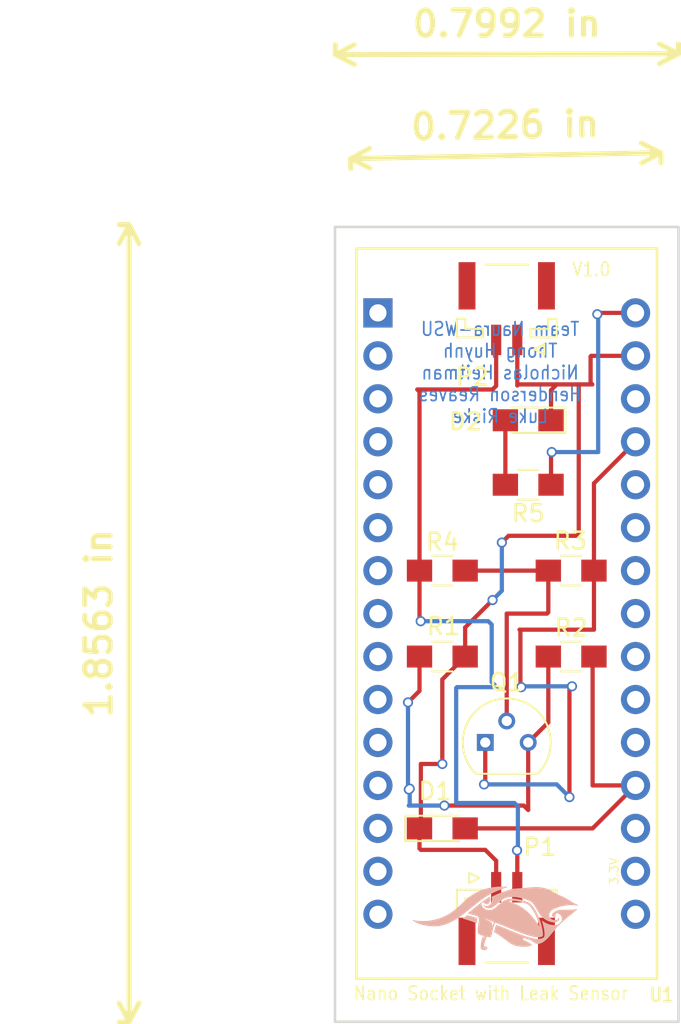
<source format=kicad_pcb>
(kicad_pcb (version 4) (host pcbnew 4.0.7)

  (general
    (links 17)
    (no_connects 0)
    (area 138.354999 59.614999 158.825001 106.755001)
    (thickness 1.6)
    (drawings 10)
    (tracks 110)
    (zones 0)
    (modules 12)
    (nets 9)
  )

  (page A4)
  (title_block
    (title Arduino_Nano_Shield_Layout)
    (date 2018-03-26)
    (rev 0)
    (company "Author: Thong Huynh")
    (comment 1 "Naura - WSU")
  )

  (layers
    (0 F.Cu signal)
    (31 B.Cu signal)
    (32 B.Adhes user)
    (33 F.Adhes user)
    (34 B.Paste user)
    (35 F.Paste user)
    (36 B.SilkS user)
    (37 F.SilkS user)
    (38 B.Mask user)
    (39 F.Mask user)
    (40 Dwgs.User user)
    (41 Cmts.User user)
    (42 Eco1.User user)
    (43 Eco2.User user)
    (44 Edge.Cuts user)
    (45 Margin user)
    (46 B.CrtYd user)
    (47 F.CrtYd user)
    (48 B.Fab user)
    (49 F.Fab user)
  )

  (setup
    (last_trace_width 0.25)
    (trace_clearance 0.2)
    (zone_clearance 0.508)
    (zone_45_only no)
    (trace_min 0.2)
    (segment_width 0.2)
    (edge_width 0.15)
    (via_size 0.6)
    (via_drill 0.4)
    (via_min_size 0.4)
    (via_min_drill 0.3)
    (uvia_size 0.3)
    (uvia_drill 0.1)
    (uvias_allowed no)
    (uvia_min_size 0.2)
    (uvia_min_drill 0.1)
    (pcb_text_width 0.3)
    (pcb_text_size 1.5 1.5)
    (mod_edge_width 0.15)
    (mod_text_size 1 1)
    (mod_text_width 0.15)
    (pad_size 1.7272 1.7272)
    (pad_drill 1.016)
    (pad_to_mask_clearance 0.2)
    (aux_axis_origin 107.95 52.578)
    (visible_elements 7FFFFFFF)
    (pcbplotparams
      (layerselection 0x00030_80000001)
      (usegerberextensions false)
      (excludeedgelayer true)
      (linewidth 0.100000)
      (plotframeref false)
      (viasonmask false)
      (mode 1)
      (useauxorigin false)
      (hpglpennumber 1)
      (hpglpenspeed 20)
      (hpglpendiameter 15)
      (hpglpenoverlay 2)
      (psnegative false)
      (psa4output false)
      (plotreference true)
      (plotvalue true)
      (plotinvisibletext false)
      (padsonsilk false)
      (subtractmaskfromsilk false)
      (outputformat 1)
      (mirror false)
      (drillshape 1)
      (scaleselection 1)
      (outputdirectory ""))
  )

  (net 0 "")
  (net 1 GND)
  (net 2 "Net-(D2-Pad2)")
  (net 3 /SIGNAL)
  (net 4 VCC)
  (net 5 +5V)
  (net 6 PROBE)
  (net 7 "Net-(Q1-Pad2)")
  (net 8 "Net-(Q1-Pad3)")

  (net_class Default "This is the default net class."
    (clearance 0.2)
    (trace_width 0.25)
    (via_dia 0.6)
    (via_drill 0.4)
    (uvia_dia 0.3)
    (uvia_drill 0.1)
    (add_net +5V)
    (add_net /SIGNAL)
    (add_net GND)
    (add_net "Net-(D2-Pad2)")
    (add_net "Net-(Q1-Pad2)")
    (add_net "Net-(Q1-Pad3)")
    (add_net PROBE)
    (add_net VCC)
  )

  (module custom_nano_footprint:Arduino_Nano_Socket (layer F.Cu) (tedit 5ABCA3E0) (tstamp 5ABC73A7)
    (at 148.59 104.14)
    (descr https://store.arduino.cc/arduino-nano)
    (path /5ABAB6CE)
    (zone_connect 2)
    (fp_text reference U1 (at 9.16 0.96) (layer F.SilkS)
      (effects (font (size 0.8 0.7) (thickness 0.15)))
    )
    (fp_text value Arduino_Nano_Socket (at 0 -21.082 90) (layer F.Fab)
      (effects (font (size 1 1) (thickness 0.15)))
    )
    (fp_text user 3.3V (at 6.35 -6.35 90) (layer F.SilkS)
      (effects (font (size 0.5 0.5) (thickness 0.075)))
    )
    (fp_line (start -3.302 1.778) (end -9.144 1.778) (layer F.CrtYd) (width 0.15))
    (fp_line (start -9.144 1.778) (end -9.144 -22.606) (layer F.CrtYd) (width 0.15))
    (fp_line (start -9.144 -22.606) (end -9.144 -43.434) (layer F.CrtYd) (width 0.15))
    (fp_line (start -9.144 -43.434) (end 9.144 -43.434) (layer F.CrtYd) (width 0.15))
    (fp_line (start 9.144 -43.434) (end 9.144 1.778) (layer F.CrtYd) (width 0.15))
    (fp_line (start 9.144 1.778) (end -3.302 1.778) (layer F.CrtYd) (width 0.15))
    (fp_line (start -8.89 -43.18) (end 8.89 -43.18) (layer F.SilkS) (width 0.15))
    (fp_line (start -8.89 0) (end 8.89 0) (layer F.SilkS) (width 0.15))
    (fp_line (start 8.89 -43.18) (end 8.89 0) (layer F.SilkS) (width 0.15))
    (fp_line (start -8.89 -43.18) (end -8.89 0) (layer F.SilkS) (width 0.15))
    (pad VIN thru_hole circle (at 7.62 -39.37) (size 1.7272 1.7272) (drill 1.016) (layers *.Cu *.Mask)
      (net 4 VCC) (zone_connect 2))
    (pad GND2 thru_hole circle (at 7.62 -36.83) (size 1.7272 1.7272) (drill 1.016) (layers *.Cu *.Mask)
      (net 1 GND) (zone_connect 2))
    (pad RST2 thru_hole circle (at 7.62 -34.29) (size 1.7272 1.7272) (drill 1.016) (layers *.Cu *.Mask)
      (zone_connect 2))
    (pad 5V thru_hole circle (at 7.62 -31.75) (size 1.7272 1.7272) (drill 1.016) (layers *.Cu *.Mask)
      (net 5 +5V) (zone_connect 2))
    (pad A7 thru_hole circle (at 7.62 -29.21) (size 1.7272 1.7272) (drill 1.016) (layers *.Cu *.Mask)
      (zone_connect 2))
    (pad A6 thru_hole circle (at 7.62 -26.67) (size 1.7272 1.7272) (drill 1.016) (layers *.Cu *.Mask)
      (zone_connect 2))
    (pad A5 thru_hole circle (at 7.62 -24.13) (size 1.7272 1.7272) (drill 1.016) (layers *.Cu *.Mask)
      (zone_connect 2))
    (pad A4 thru_hole circle (at 7.62 -21.59) (size 1.7272 1.7272) (drill 1.016) (layers *.Cu *.Mask)
      (zone_connect 2))
    (pad A3 thru_hole circle (at 7.62 -19.05) (size 1.7272 1.7272) (drill 1.016) (layers *.Cu *.Mask)
      (zone_connect 2))
    (pad A2 thru_hole circle (at 7.62 -16.51) (size 1.7272 1.7272) (drill 1.016) (layers *.Cu *.Mask)
      (zone_connect 2))
    (pad A1 thru_hole circle (at 7.62 -13.97) (size 1.7272 1.7272) (drill 1.016) (layers *.Cu *.Mask)
      (zone_connect 2))
    (pad A0 thru_hole circle (at 7.62 -11.43) (size 1.7272 1.7272) (drill 1.016) (layers *.Cu *.Mask)
      (net 3 /SIGNAL) (zone_connect 2))
    (pad AREF thru_hole circle (at 7.62 -8.89) (size 1.7272 1.7272) (drill 1.016) (layers *.Cu *.Mask)
      (zone_connect 2))
    (pad 3V3 thru_hole circle (at 7.62 -6.35) (size 1.7272 1.7272) (drill 1.016) (layers *.Cu *.Mask)
      (zone_connect 2))
    (pad D13 thru_hole circle (at 7.62 -3.81) (size 1.7272 1.7272) (drill 1.016) (layers *.Cu *.Mask)
      (zone_connect 2))
    (pad D12 thru_hole circle (at -7.62 -3.81) (size 1.7272 1.7272) (drill 1.016) (layers *.Cu *.Mask)
      (zone_connect 2))
    (pad D11 thru_hole circle (at -7.62 -6.35) (size 1.7272 1.7272) (drill 1.016) (layers *.Cu *.Mask)
      (zone_connect 2))
    (pad D10 thru_hole circle (at -7.62 -8.89) (size 1.7272 1.7272) (drill 1.016) (layers *.Cu *.Mask)
      (zone_connect 2))
    (pad D9 thru_hole circle (at -7.62 -11.43) (size 1.7272 1.7272) (drill 1.016) (layers *.Cu *.Mask)
      (zone_connect 2))
    (pad D8 thru_hole circle (at -7.62 -13.97) (size 1.7272 1.7272) (drill 1.016) (layers *.Cu *.Mask)
      (zone_connect 2))
    (pad D7 thru_hole circle (at -7.62 -16.51) (size 1.7272 1.7272) (drill 1.016) (layers *.Cu *.Mask)
      (zone_connect 2))
    (pad D6 thru_hole circle (at -7.62 -19.05) (size 1.7272 1.7272) (drill 1.016) (layers *.Cu *.Mask)
      (zone_connect 2))
    (pad D5 thru_hole circle (at -7.62 -21.59) (size 1.7272 1.7272) (drill 1.016) (layers *.Cu *.Mask)
      (zone_connect 2))
    (pad D4 thru_hole circle (at -7.62 -24.13) (size 1.7272 1.7272) (drill 1.016) (layers *.Cu *.Mask)
      (zone_connect 2))
    (pad D3 thru_hole circle (at -7.62 -26.67) (size 1.7272 1.7272) (drill 1.016) (layers *.Cu *.Mask)
      (zone_connect 2))
    (pad D2 thru_hole circle (at -7.62 -29.21) (size 1.7272 1.7272) (drill 1.016) (layers *.Cu *.Mask)
      (zone_connect 2))
    (pad GND1 thru_hole circle (at -7.62 -31.75) (size 1.7272 1.7272) (drill 1.016) (layers *.Cu *.Mask)
      (zone_connect 2))
    (pad RST1 thru_hole circle (at -7.62 -34.29) (size 1.7272 1.7272) (drill 1.016) (layers *.Cu *.Mask)
      (zone_connect 2))
    (pad D0 thru_hole circle (at -7.62 -36.83) (size 1.7272 1.7272) (drill 1.016) (layers *.Cu *.Mask)
      (zone_connect 2))
    (pad D1 thru_hole rect (at -7.62 -39.37) (size 1.7272 1.7272) (drill 1.016) (layers *.Cu *.Mask)
      (zone_connect 2))
    (pad "" np_thru_hole circle (at -7.62 -41.91) (size 1.85 1.85) (drill 1.85) (layers *.Cu *.Mask)
      (zone_connect 2))
    (pad "" np_thru_hole circle (at 7.62 -41.91) (size 1.85 1.85) (drill 1.85) (layers *.Cu *.Mask)
      (zone_connect 2))
    (pad "" np_thru_hole circle (at -7.62 -1.27) (size 1.85 1.85) (drill 1.85) (layers *.Cu *.Mask)
      (zone_connect 2))
    (pad "" np_thru_hole circle (at 7.62 -1.27) (size 1.85 1.85) (drill 1.85) (layers *.Cu *.Mask)
      (zone_connect 2))
  )

  (module LEDs:LED_0805_HandSoldering (layer F.Cu) (tedit 5ABC9DE6) (tstamp 5ABC7302)
    (at 144.78 95.25)
    (descr "Resistor SMD 0805, hand soldering")
    (tags "resistor 0805")
    (path /5AB8A818)
    (attr smd)
    (fp_text reference D1 (at -0.43 -2.2) (layer F.SilkS)
      (effects (font (size 1 1) (thickness 0.15)))
    )
    (fp_text value LED (at -0.93 2.35) (layer F.Fab)
      (effects (font (size 1 1) (thickness 0.15)))
    )
    (fp_line (start -0.4 -0.4) (end -0.4 0.4) (layer F.Fab) (width 0.1))
    (fp_line (start -0.4 0) (end 0.2 -0.4) (layer F.Fab) (width 0.1))
    (fp_line (start 0.2 0.4) (end -0.4 0) (layer F.Fab) (width 0.1))
    (fp_line (start 0.2 -0.4) (end 0.2 0.4) (layer F.Fab) (width 0.1))
    (fp_line (start -1 0.62) (end -1 -0.62) (layer F.Fab) (width 0.1))
    (fp_line (start 1 0.62) (end -1 0.62) (layer F.Fab) (width 0.1))
    (fp_line (start 1 -0.62) (end 1 0.62) (layer F.Fab) (width 0.1))
    (fp_line (start -1 -0.62) (end 1 -0.62) (layer F.Fab) (width 0.1))
    (fp_line (start 1 0.75) (end -2.2 0.75) (layer F.SilkS) (width 0.12))
    (fp_line (start -2.2 -0.75) (end 1 -0.75) (layer F.SilkS) (width 0.12))
    (fp_line (start -2.35 -0.9) (end 2.35 -0.9) (layer F.CrtYd) (width 0.05))
    (fp_line (start -2.35 -0.9) (end -2.35 0.9) (layer F.CrtYd) (width 0.05))
    (fp_line (start 2.35 0.9) (end 2.35 -0.9) (layer F.CrtYd) (width 0.05))
    (fp_line (start 2.35 0.9) (end -2.35 0.9) (layer F.CrtYd) (width 0.05))
    (fp_line (start -2.2 -0.75) (end -2.2 0.75) (layer F.SilkS) (width 0.12))
    (pad 1 smd rect (at -1.35 0) (size 1.5 1.3) (layers F.Cu F.Paste F.Mask)
      (net 1 GND))
    (pad 2 smd rect (at 1.35 0) (size 1.5 1.3) (layers F.Cu F.Paste F.Mask)
      (net 3 /SIGNAL))
    (model ${KISYS3DMOD}/LEDs.3dshapes/LED_0805.wrl
      (at (xyz 0 0 0))
      (scale (xyz 1 1 1))
      (rotate (xyz 0 0 0))
    )
  )

  (module LEDs:LED_0805_HandSoldering (layer F.Cu) (tedit 5ABC9DA5) (tstamp 5ABC7308)
    (at 149.86 71.12 180)
    (descr "Resistor SMD 0805, hand soldering")
    (tags "resistor 0805")
    (path /5AB8D035)
    (attr smd)
    (fp_text reference D2 (at 3.71 -0.08 180) (layer F.SilkS)
      (effects (font (size 1 1) (thickness 0.15)))
    )
    (fp_text value LED (at 0 1.75 180) (layer F.Fab)
      (effects (font (size 1 1) (thickness 0.15)))
    )
    (fp_line (start -0.4 -0.4) (end -0.4 0.4) (layer F.Fab) (width 0.1))
    (fp_line (start -0.4 0) (end 0.2 -0.4) (layer F.Fab) (width 0.1))
    (fp_line (start 0.2 0.4) (end -0.4 0) (layer F.Fab) (width 0.1))
    (fp_line (start 0.2 -0.4) (end 0.2 0.4) (layer F.Fab) (width 0.1))
    (fp_line (start -1 0.62) (end -1 -0.62) (layer F.Fab) (width 0.1))
    (fp_line (start 1 0.62) (end -1 0.62) (layer F.Fab) (width 0.1))
    (fp_line (start 1 -0.62) (end 1 0.62) (layer F.Fab) (width 0.1))
    (fp_line (start -1 -0.62) (end 1 -0.62) (layer F.Fab) (width 0.1))
    (fp_line (start 1 0.75) (end -2.2 0.75) (layer F.SilkS) (width 0.12))
    (fp_line (start -2.2 -0.75) (end 1 -0.75) (layer F.SilkS) (width 0.12))
    (fp_line (start -2.35 -0.9) (end 2.35 -0.9) (layer F.CrtYd) (width 0.05))
    (fp_line (start -2.35 -0.9) (end -2.35 0.9) (layer F.CrtYd) (width 0.05))
    (fp_line (start 2.35 0.9) (end 2.35 -0.9) (layer F.CrtYd) (width 0.05))
    (fp_line (start 2.35 0.9) (end -2.35 0.9) (layer F.CrtYd) (width 0.05))
    (fp_line (start -2.2 -0.75) (end -2.2 0.75) (layer F.SilkS) (width 0.12))
    (pad 1 smd rect (at -1.35 0 180) (size 1.5 1.3) (layers F.Cu F.Paste F.Mask)
      (net 1 GND))
    (pad 2 smd rect (at 1.35 0 180) (size 1.5 1.3) (layers F.Cu F.Paste F.Mask)
      (net 2 "Net-(D2-Pad2)"))
    (model ${KISYS3DMOD}/LEDs.3dshapes/LED_0805.wrl
      (at (xyz 0 0 0))
      (scale (xyz 1 1 1))
      (rotate (xyz 0 0 0))
    )
  )

  (module Connectors_JST:JST_GH_SM02B-GHS-TB_02x1.25mm_Angled (layer F.Cu) (tedit 5ABC9DEF) (tstamp 5ABC7332)
    (at 148.59 100.33)
    (descr "JST GH series connector, SM02B-GHS-TB, side entry type")
    (tags "connector jst GH SMT side horizontal entry 1.25mm pitch")
    (path /5AB8A631)
    (attr smd)
    (fp_text reference P1 (at 1.96 -3.98) (layer F.SilkS)
      (effects (font (size 1 1) (thickness 0.15)))
    )
    (fp_text value Probe_Port (at 0 4.45) (layer F.Fab)
      (effects (font (size 1 1) (thickness 0.15)))
    )
    (fp_text user %R (at 0 0.45) (layer F.Fab)
      (effects (font (size 1 1) (thickness 0.15)))
    )
    (fp_line (start -2.85 -1.3) (end -2.85 2.75) (layer F.Fab) (width 0.1))
    (fp_line (start -2.85 2.75) (end 2.85 2.75) (layer F.Fab) (width 0.1))
    (fp_line (start 2.85 2.75) (end 2.85 -1.3) (layer F.Fab) (width 0.1))
    (fp_line (start 2.85 -1.3) (end -2.85 -1.3) (layer F.Fab) (width 0.1))
    (fp_line (start -1.25 2.85) (end 1.25 2.85) (layer F.SilkS) (width 0.12))
    (fp_line (start -2.95 -0.35) (end -2.95 -1.45) (layer F.SilkS) (width 0.12))
    (fp_line (start -2.95 -1.45) (end -1.4 -1.45) (layer F.SilkS) (width 0.12))
    (fp_line (start -1.4 -1.45) (end -1.4 -0.95) (layer F.SilkS) (width 0.12))
    (fp_line (start -1.4 -0.95) (end -2.45 -0.95) (layer F.SilkS) (width 0.12))
    (fp_line (start -2.45 -0.95) (end -2.45 -0.35) (layer F.SilkS) (width 0.12))
    (fp_line (start -2.45 -0.35) (end -2.95 -0.35) (layer F.SilkS) (width 0.12))
    (fp_line (start 2.95 -0.35) (end 2.95 -1.45) (layer F.SilkS) (width 0.12))
    (fp_line (start 2.95 -1.45) (end 1.4 -1.45) (layer F.SilkS) (width 0.12))
    (fp_line (start 1.4 -1.45) (end 1.4 -0.95) (layer F.SilkS) (width 0.12))
    (fp_line (start 1.4 -0.95) (end 2.45 -0.95) (layer F.SilkS) (width 0.12))
    (fp_line (start 2.45 -0.95) (end 2.45 -0.35) (layer F.SilkS) (width 0.12))
    (fp_line (start 2.45 -0.35) (end 2.95 -0.35) (layer F.SilkS) (width 0.12))
    (fp_line (start -1.625 -2.15) (end -2.225 -2.45) (layer F.SilkS) (width 0.12))
    (fp_line (start -2.225 -2.45) (end -2.225 -1.85) (layer F.SilkS) (width 0.12))
    (fp_line (start -2.225 -1.85) (end -1.625 -2.15) (layer F.SilkS) (width 0.12))
    (fp_line (start -1.625 -2.15) (end -2.225 -2.45) (layer F.Fab) (width 0.1))
    (fp_line (start -2.225 -2.45) (end -2.225 -1.85) (layer F.Fab) (width 0.1))
    (fp_line (start -2.225 -1.85) (end -1.625 -2.15) (layer F.Fab) (width 0.1))
    (fp_line (start -0.875 2.7) (end -0.875 1.2) (layer F.Fab) (width 0.1))
    (fp_line (start -0.875 1.2) (end -0.375 1.2) (layer F.Fab) (width 0.1))
    (fp_line (start -0.375 1.2) (end -0.375 2.7) (layer F.Fab) (width 0.1))
    (fp_line (start 0.375 2.7) (end 0.375 1.2) (layer F.Fab) (width 0.1))
    (fp_line (start 0.375 1.2) (end 0.875 1.2) (layer F.Fab) (width 0.1))
    (fp_line (start 0.875 1.2) (end 0.875 2.7) (layer F.Fab) (width 0.1))
    (fp_line (start -3.35 -3.1) (end -3.35 3.5) (layer F.CrtYd) (width 0.05))
    (fp_line (start -3.35 3.5) (end 3.35 3.5) (layer F.CrtYd) (width 0.05))
    (fp_line (start 3.35 3.5) (end 3.35 -3.1) (layer F.CrtYd) (width 0.05))
    (fp_line (start 3.35 -3.1) (end -3.35 -3.1) (layer F.CrtYd) (width 0.05))
    (pad 1 smd rect (at -0.625 -1.6) (size 0.6 1.8) (layers F.Cu F.Paste F.Mask)
      (net 1 GND))
    (pad 2 smd rect (at 0.625 -1.6) (size 0.6 1.8) (layers F.Cu F.Paste F.Mask)
      (net 6 PROBE))
    (pad "" smd rect (at 2.35 1.6) (size 1 2.8) (layers F.Cu F.Paste F.Mask))
    (pad "" smd rect (at -2.35 1.6) (size 1 2.8) (layers F.Cu F.Paste F.Mask))
  )

  (module Connectors_JST:JST_GH_SM02B-GHS-TB_02x1.25mm_Angled (layer F.Cu) (tedit 5ABC9DB8) (tstamp 5ABC735C)
    (at 148.59 64.77 180)
    (descr "JST GH series connector, SM02B-GHS-TB, side entry type")
    (tags "connector jst GH SMT side horizontal entry 1.25mm pitch")
    (path /5AB8A66B)
    (attr smd)
    (fp_text reference P2 (at 2.04 -3.78 180) (layer F.SilkS)
      (effects (font (size 1 1) (thickness 0.15)))
    )
    (fp_text value Probe_Port (at 0 4.45 180) (layer F.Fab)
      (effects (font (size 1 1) (thickness 0.15)))
    )
    (fp_text user %R (at 0 0.45 180) (layer F.Fab)
      (effects (font (size 1 1) (thickness 0.15)))
    )
    (fp_line (start -2.85 -1.3) (end -2.85 2.75) (layer F.Fab) (width 0.1))
    (fp_line (start -2.85 2.75) (end 2.85 2.75) (layer F.Fab) (width 0.1))
    (fp_line (start 2.85 2.75) (end 2.85 -1.3) (layer F.Fab) (width 0.1))
    (fp_line (start 2.85 -1.3) (end -2.85 -1.3) (layer F.Fab) (width 0.1))
    (fp_line (start -1.25 2.85) (end 1.25 2.85) (layer F.SilkS) (width 0.12))
    (fp_line (start -2.95 -0.35) (end -2.95 -1.45) (layer F.SilkS) (width 0.12))
    (fp_line (start -2.95 -1.45) (end -1.4 -1.45) (layer F.SilkS) (width 0.12))
    (fp_line (start -1.4 -1.45) (end -1.4 -0.95) (layer F.SilkS) (width 0.12))
    (fp_line (start -1.4 -0.95) (end -2.45 -0.95) (layer F.SilkS) (width 0.12))
    (fp_line (start -2.45 -0.95) (end -2.45 -0.35) (layer F.SilkS) (width 0.12))
    (fp_line (start -2.45 -0.35) (end -2.95 -0.35) (layer F.SilkS) (width 0.12))
    (fp_line (start 2.95 -0.35) (end 2.95 -1.45) (layer F.SilkS) (width 0.12))
    (fp_line (start 2.95 -1.45) (end 1.4 -1.45) (layer F.SilkS) (width 0.12))
    (fp_line (start 1.4 -1.45) (end 1.4 -0.95) (layer F.SilkS) (width 0.12))
    (fp_line (start 1.4 -0.95) (end 2.45 -0.95) (layer F.SilkS) (width 0.12))
    (fp_line (start 2.45 -0.95) (end 2.45 -0.35) (layer F.SilkS) (width 0.12))
    (fp_line (start 2.45 -0.35) (end 2.95 -0.35) (layer F.SilkS) (width 0.12))
    (fp_line (start -1.625 -2.15) (end -2.225 -2.45) (layer F.SilkS) (width 0.12))
    (fp_line (start -2.225 -2.45) (end -2.225 -1.85) (layer F.SilkS) (width 0.12))
    (fp_line (start -2.225 -1.85) (end -1.625 -2.15) (layer F.SilkS) (width 0.12))
    (fp_line (start -1.625 -2.15) (end -2.225 -2.45) (layer F.Fab) (width 0.1))
    (fp_line (start -2.225 -2.45) (end -2.225 -1.85) (layer F.Fab) (width 0.1))
    (fp_line (start -2.225 -1.85) (end -1.625 -2.15) (layer F.Fab) (width 0.1))
    (fp_line (start -0.875 2.7) (end -0.875 1.2) (layer F.Fab) (width 0.1))
    (fp_line (start -0.875 1.2) (end -0.375 1.2) (layer F.Fab) (width 0.1))
    (fp_line (start -0.375 1.2) (end -0.375 2.7) (layer F.Fab) (width 0.1))
    (fp_line (start 0.375 2.7) (end 0.375 1.2) (layer F.Fab) (width 0.1))
    (fp_line (start 0.375 1.2) (end 0.875 1.2) (layer F.Fab) (width 0.1))
    (fp_line (start 0.875 1.2) (end 0.875 2.7) (layer F.Fab) (width 0.1))
    (fp_line (start -3.35 -3.1) (end -3.35 3.5) (layer F.CrtYd) (width 0.05))
    (fp_line (start -3.35 3.5) (end 3.35 3.5) (layer F.CrtYd) (width 0.05))
    (fp_line (start 3.35 3.5) (end 3.35 -3.1) (layer F.CrtYd) (width 0.05))
    (fp_line (start 3.35 -3.1) (end -3.35 -3.1) (layer F.CrtYd) (width 0.05))
    (pad 1 smd rect (at -0.625 -1.6 180) (size 0.6 1.8) (layers F.Cu F.Paste F.Mask)
      (net 1 GND))
    (pad 2 smd rect (at 0.625 -1.6 180) (size 0.6 1.8) (layers F.Cu F.Paste F.Mask)
      (net 6 PROBE))
    (pad "" smd rect (at 2.35 1.6 180) (size 1 2.8) (layers F.Cu F.Paste F.Mask))
    (pad "" smd rect (at -2.35 1.6 180) (size 1 2.8) (layers F.Cu F.Paste F.Mask))
  )

  (module TO_SOT_Packages_THT:TO-92_Molded_Narrow placed (layer F.Cu) (tedit 5ABC9DDA) (tstamp 5ABC7363)
    (at 147.32 90.17)
    (descr "TO-92 leads molded, narrow, drill 0.6mm (see NXP sot054_po.pdf)")
    (tags "to-92 sc-43 sc-43a sot54 PA33 transistor")
    (path /5AB8A6A1)
    (fp_text reference Q1 (at 1.27 -3.56) (layer F.SilkS)
      (effects (font (size 1 1) (thickness 0.15)))
    )
    (fp_text value 2N3906 (at 1.18 2.73) (layer F.Fab)
      (effects (font (size 1 1) (thickness 0.15)))
    )
    (fp_text user %R (at 1.27 -3.56) (layer F.Fab)
      (effects (font (size 1 1) (thickness 0.15)))
    )
    (fp_line (start -0.53 1.85) (end 3.07 1.85) (layer F.SilkS) (width 0.12))
    (fp_line (start -0.5 1.75) (end 3 1.75) (layer F.Fab) (width 0.1))
    (fp_line (start -1.46 -2.73) (end 4 -2.73) (layer F.CrtYd) (width 0.05))
    (fp_line (start -1.46 -2.73) (end -1.46 2.01) (layer F.CrtYd) (width 0.05))
    (fp_line (start 4 2.01) (end 4 -2.73) (layer F.CrtYd) (width 0.05))
    (fp_line (start 4 2.01) (end -1.46 2.01) (layer F.CrtYd) (width 0.05))
    (fp_arc (start 1.27 0) (end 1.27 -2.48) (angle 135) (layer F.Fab) (width 0.1))
    (fp_arc (start 1.27 0) (end 1.27 -2.6) (angle -135) (layer F.SilkS) (width 0.12))
    (fp_arc (start 1.27 0) (end 1.27 -2.48) (angle -135) (layer F.Fab) (width 0.1))
    (fp_arc (start 1.27 0) (end 1.27 -2.6) (angle 135) (layer F.SilkS) (width 0.12))
    (pad 2 thru_hole circle (at 1.27 -1.27 90) (size 1 1) (drill 0.6) (layers *.Cu *.Mask)
      (net 7 "Net-(Q1-Pad2)"))
    (pad 3 thru_hole circle (at 2.54 0 90) (size 1 1) (drill 0.6) (layers *.Cu *.Mask)
      (net 8 "Net-(Q1-Pad3)"))
    (pad 1 thru_hole rect (at 0 0 90) (size 1 1) (drill 0.6) (layers *.Cu *.Mask)
      (net 5 +5V))
    (model ${KISYS3DMOD}/TO_SOT_Packages_THT.3dshapes/TO-92_Molded_Narrow.wrl
      (at (xyz 0.05 0 0))
      (scale (xyz 1 1 1))
      (rotate (xyz 0 0 -90))
    )
  )

  (module Resistors_SMD:R_0805_HandSoldering (layer F.Cu) (tedit 5ABCA2C1) (tstamp 5ABC7369)
    (at 144.78 85.09)
    (descr "Resistor SMD 0805, hand soldering")
    (tags "resistor 0805")
    (path /5AB8A7C2)
    (attr smd)
    (fp_text reference R1 (at 0.07 -1.79) (layer F.SilkS)
      (effects (font (size 1 1) (thickness 0.15)))
    )
    (fp_text value 1K (at -0.28 1.76) (layer F.Fab)
      (effects (font (size 1 1) (thickness 0.15)))
    )
    (fp_text user %R (at 0 0) (layer F.Fab)
      (effects (font (size 0.5 0.5) (thickness 0.075)))
    )
    (fp_line (start -1 0.62) (end -1 -0.62) (layer F.Fab) (width 0.1))
    (fp_line (start 1 0.62) (end -1 0.62) (layer F.Fab) (width 0.1))
    (fp_line (start 1 -0.62) (end 1 0.62) (layer F.Fab) (width 0.1))
    (fp_line (start -1 -0.62) (end 1 -0.62) (layer F.Fab) (width 0.1))
    (fp_line (start 0.6 0.88) (end -0.6 0.88) (layer F.SilkS) (width 0.12))
    (fp_line (start -0.6 -0.88) (end 0.6 -0.88) (layer F.SilkS) (width 0.12))
    (fp_line (start -2.35 -0.9) (end 2.35 -0.9) (layer F.CrtYd) (width 0.05))
    (fp_line (start -2.35 -0.9) (end -2.35 0.9) (layer F.CrtYd) (width 0.05))
    (fp_line (start 2.35 0.9) (end 2.35 -0.9) (layer F.CrtYd) (width 0.05))
    (fp_line (start 2.35 0.9) (end -2.35 0.9) (layer F.CrtYd) (width 0.05))
    (pad 1 smd rect (at -1.35 0) (size 1.5 1.3) (layers F.Cu F.Paste F.Mask)
      (net 8 "Net-(Q1-Pad3)"))
    (pad 2 smd rect (at 1.35 0) (size 1.5 1.3) (layers F.Cu F.Paste F.Mask)
      (net 1 GND))
    (model ${KISYS3DMOD}/Resistors_SMD.3dshapes/R_0805.wrl
      (at (xyz 0 0 0))
      (scale (xyz 1 1 1))
      (rotate (xyz 0 0 0))
    )
  )

  (module Resistors_SMD:R_0805_HandSoldering (layer F.Cu) (tedit 58E0A804) (tstamp 5ABC736F)
    (at 152.4 85.09)
    (descr "Resistor SMD 0805, hand soldering")
    (tags "resistor 0805")
    (path /5AB8A791)
    (attr smd)
    (fp_text reference R2 (at 0 -1.7) (layer F.SilkS)
      (effects (font (size 1 1) (thickness 0.15)))
    )
    (fp_text value 220 (at 0 1.75) (layer F.Fab)
      (effects (font (size 1 1) (thickness 0.15)))
    )
    (fp_text user %R (at 0 0) (layer F.Fab)
      (effects (font (size 0.5 0.5) (thickness 0.075)))
    )
    (fp_line (start -1 0.62) (end -1 -0.62) (layer F.Fab) (width 0.1))
    (fp_line (start 1 0.62) (end -1 0.62) (layer F.Fab) (width 0.1))
    (fp_line (start 1 -0.62) (end 1 0.62) (layer F.Fab) (width 0.1))
    (fp_line (start -1 -0.62) (end 1 -0.62) (layer F.Fab) (width 0.1))
    (fp_line (start 0.6 0.88) (end -0.6 0.88) (layer F.SilkS) (width 0.12))
    (fp_line (start -0.6 -0.88) (end 0.6 -0.88) (layer F.SilkS) (width 0.12))
    (fp_line (start -2.35 -0.9) (end 2.35 -0.9) (layer F.CrtYd) (width 0.05))
    (fp_line (start -2.35 -0.9) (end -2.35 0.9) (layer F.CrtYd) (width 0.05))
    (fp_line (start 2.35 0.9) (end 2.35 -0.9) (layer F.CrtYd) (width 0.05))
    (fp_line (start 2.35 0.9) (end -2.35 0.9) (layer F.CrtYd) (width 0.05))
    (pad 1 smd rect (at -1.35 0) (size 1.5 1.3) (layers F.Cu F.Paste F.Mask)
      (net 8 "Net-(Q1-Pad3)"))
    (pad 2 smd rect (at 1.35 0) (size 1.5 1.3) (layers F.Cu F.Paste F.Mask)
      (net 3 /SIGNAL))
    (model ${KISYS3DMOD}/Resistors_SMD.3dshapes/R_0805.wrl
      (at (xyz 0 0 0))
      (scale (xyz 1 1 1))
      (rotate (xyz 0 0 0))
    )
  )

  (module Resistors_SMD:R_0805_HandSoldering (layer F.Cu) (tedit 5ABCA2C4) (tstamp 5ABC7375)
    (at 152.4 80.01 180)
    (descr "Resistor SMD 0805, hand soldering")
    (tags "resistor 0805")
    (path /5AB8A724)
    (attr smd)
    (fp_text reference R3 (at 0.05 1.76 180) (layer F.SilkS)
      (effects (font (size 1 1) (thickness 0.15)))
    )
    (fp_text value 27K (at -0.05 -1.84 180) (layer F.Fab)
      (effects (font (size 1 1) (thickness 0.15)))
    )
    (fp_text user %R (at 0 0 180) (layer F.Fab)
      (effects (font (size 0.5 0.5) (thickness 0.075)))
    )
    (fp_line (start -1 0.62) (end -1 -0.62) (layer F.Fab) (width 0.1))
    (fp_line (start 1 0.62) (end -1 0.62) (layer F.Fab) (width 0.1))
    (fp_line (start 1 -0.62) (end 1 0.62) (layer F.Fab) (width 0.1))
    (fp_line (start -1 -0.62) (end 1 -0.62) (layer F.Fab) (width 0.1))
    (fp_line (start 0.6 0.88) (end -0.6 0.88) (layer F.SilkS) (width 0.12))
    (fp_line (start -0.6 -0.88) (end 0.6 -0.88) (layer F.SilkS) (width 0.12))
    (fp_line (start -2.35 -0.9) (end 2.35 -0.9) (layer F.CrtYd) (width 0.05))
    (fp_line (start -2.35 -0.9) (end -2.35 0.9) (layer F.CrtYd) (width 0.05))
    (fp_line (start 2.35 0.9) (end 2.35 -0.9) (layer F.CrtYd) (width 0.05))
    (fp_line (start 2.35 0.9) (end -2.35 0.9) (layer F.CrtYd) (width 0.05))
    (pad 1 smd rect (at -1.35 0 180) (size 1.5 1.3) (layers F.Cu F.Paste F.Mask)
      (net 5 +5V))
    (pad 2 smd rect (at 1.35 0 180) (size 1.5 1.3) (layers F.Cu F.Paste F.Mask)
      (net 7 "Net-(Q1-Pad2)"))
    (model ${KISYS3DMOD}/Resistors_SMD.3dshapes/R_0805.wrl
      (at (xyz 0 0 0))
      (scale (xyz 1 1 1))
      (rotate (xyz 0 0 0))
    )
  )

  (module Resistors_SMD:R_0805_HandSoldering (layer F.Cu) (tedit 58E0A804) (tstamp 5ABC737B)
    (at 144.78 80.01)
    (descr "Resistor SMD 0805, hand soldering")
    (tags "resistor 0805")
    (path /5AB8A7F0)
    (attr smd)
    (fp_text reference R4 (at 0 -1.7) (layer F.SilkS)
      (effects (font (size 1 1) (thickness 0.15)))
    )
    (fp_text value 1K (at 0 1.75) (layer F.Fab)
      (effects (font (size 1 1) (thickness 0.15)))
    )
    (fp_text user %R (at 0 0) (layer F.Fab)
      (effects (font (size 0.5 0.5) (thickness 0.075)))
    )
    (fp_line (start -1 0.62) (end -1 -0.62) (layer F.Fab) (width 0.1))
    (fp_line (start 1 0.62) (end -1 0.62) (layer F.Fab) (width 0.1))
    (fp_line (start 1 -0.62) (end 1 0.62) (layer F.Fab) (width 0.1))
    (fp_line (start -1 -0.62) (end 1 -0.62) (layer F.Fab) (width 0.1))
    (fp_line (start 0.6 0.88) (end -0.6 0.88) (layer F.SilkS) (width 0.12))
    (fp_line (start -0.6 -0.88) (end 0.6 -0.88) (layer F.SilkS) (width 0.12))
    (fp_line (start -2.35 -0.9) (end 2.35 -0.9) (layer F.CrtYd) (width 0.05))
    (fp_line (start -2.35 -0.9) (end -2.35 0.9) (layer F.CrtYd) (width 0.05))
    (fp_line (start 2.35 0.9) (end 2.35 -0.9) (layer F.CrtYd) (width 0.05))
    (fp_line (start 2.35 0.9) (end -2.35 0.9) (layer F.CrtYd) (width 0.05))
    (pad 1 smd rect (at -1.35 0) (size 1.5 1.3) (layers F.Cu F.Paste F.Mask)
      (net 6 PROBE))
    (pad 2 smd rect (at 1.35 0) (size 1.5 1.3) (layers F.Cu F.Paste F.Mask)
      (net 7 "Net-(Q1-Pad2)"))
    (model ${KISYS3DMOD}/Resistors_SMD.3dshapes/R_0805.wrl
      (at (xyz 0 0 0))
      (scale (xyz 1 1 1))
      (rotate (xyz 0 0 0))
    )
  )

  (module Resistors_SMD:R_0805_HandSoldering (layer F.Cu) (tedit 5ABC9DAE) (tstamp 5ABC7381)
    (at 149.86 74.93 180)
    (descr "Resistor SMD 0805, hand soldering")
    (tags "resistor 0805")
    (path /5AB8CF4C)
    (attr smd)
    (fp_text reference R5 (at 0 -1.7 180) (layer F.SilkS)
      (effects (font (size 1 1) (thickness 0.15)))
    )
    (fp_text value 220 (at 0.26 1.68 180) (layer F.Fab)
      (effects (font (size 1 1) (thickness 0.15)))
    )
    (fp_text user %R (at 0 0 180) (layer F.Fab)
      (effects (font (size 0.5 0.5) (thickness 0.075)))
    )
    (fp_line (start -1 0.62) (end -1 -0.62) (layer F.Fab) (width 0.1))
    (fp_line (start 1 0.62) (end -1 0.62) (layer F.Fab) (width 0.1))
    (fp_line (start 1 -0.62) (end 1 0.62) (layer F.Fab) (width 0.1))
    (fp_line (start -1 -0.62) (end 1 -0.62) (layer F.Fab) (width 0.1))
    (fp_line (start 0.6 0.88) (end -0.6 0.88) (layer F.SilkS) (width 0.12))
    (fp_line (start -0.6 -0.88) (end 0.6 -0.88) (layer F.SilkS) (width 0.12))
    (fp_line (start -2.35 -0.9) (end 2.35 -0.9) (layer F.CrtYd) (width 0.05))
    (fp_line (start -2.35 -0.9) (end -2.35 0.9) (layer F.CrtYd) (width 0.05))
    (fp_line (start 2.35 0.9) (end 2.35 -0.9) (layer F.CrtYd) (width 0.05))
    (fp_line (start 2.35 0.9) (end -2.35 0.9) (layer F.CrtYd) (width 0.05))
    (pad 1 smd rect (at -1.35 0 180) (size 1.5 1.3) (layers F.Cu F.Paste F.Mask)
      (net 4 VCC))
    (pad 2 smd rect (at 1.35 0 180) (size 1.5 1.3) (layers F.Cu F.Paste F.Mask)
      (net 2 "Net-(D2-Pad2)"))
    (model ${KISYS3DMOD}/Resistors_SMD.3dshapes/R_0805.wrl
      (at (xyz 0 0 0))
      (scale (xyz 1 1 1))
      (rotate (xyz 0 0 0))
    )
  )

  (module custom_nano_footprint:robosub_logo-medium (layer B.Cu) (tedit 5ABD2400) (tstamp 5ABD2457)
    (at 148 100.45)
    (fp_text reference "" (at 0 0) (layer B.SilkS) hide
      (effects (font (thickness 0.3)) (justify mirror))
    )
    (fp_text value "" (at 0.75 0) (layer B.SilkS) hide
      (effects (font (thickness 0.3)) (justify mirror))
    )
    (fp_poly (pts (xy -3.630522 0.586779) (xy -3.608205 0.586576) (xy -3.588209 0.586171) (xy -3.569697 0.585523)
      (xy -3.551832 0.584591) (xy -3.533775 0.583331) (xy -3.514687 0.581704) (xy -3.493732 0.579665)
      (xy -3.476535 0.577869) (xy -3.399362 0.567949) (xy -3.321616 0.554586) (xy -3.243241 0.537754)
      (xy -3.164179 0.517431) (xy -3.084373 0.493592) (xy -3.003765 0.466215) (xy -2.922298 0.435276)
      (xy -2.839914 0.400751) (xy -2.756557 0.362617) (xy -2.672168 0.32085) (xy -2.586691 0.275426)
      (xy -2.500069 0.226322) (xy -2.412243 0.173515) (xy -2.323156 0.11698) (xy -2.27 0.08188)
      (xy -2.236933 0.059573) (xy -2.204022 0.037032) (xy -2.17108 0.014115) (xy -2.137922 -0.00932)
      (xy -2.104361 -0.033416) (xy -2.07021 -0.058315) (xy -2.035284 -0.08416) (xy -1.999397 -0.111093)
      (xy -1.962361 -0.139256) (xy -1.923992 -0.168792) (xy -1.884102 -0.199844) (xy -1.842506 -0.232554)
      (xy -1.799018 -0.267064) (xy -1.75345 -0.303516) (xy -1.705617 -0.342054) (xy -1.655333 -0.38282)
      (xy -1.602411 -0.425955) (xy -1.55 -0.468867) (xy -1.50476 -0.505964) (xy -1.462416 -0.540648)
      (xy -1.422788 -0.573063) (xy -1.385697 -0.603355) (xy -1.350962 -0.631666) (xy -1.318405 -0.658141)
      (xy -1.287844 -0.682925) (xy -1.259101 -0.706161) (xy -1.231995 -0.727993) (xy -1.206346 -0.748567)
      (xy -1.181975 -0.768025) (xy -1.158702 -0.786513) (xy -1.136346 -0.804174) (xy -1.114729 -0.821153)
      (xy -1.09367 -0.837593) (xy -1.072989 -0.85364) (xy -1.052506 -0.869436) (xy -1.032042 -0.885127)
      (xy -1.011417 -0.900856) (xy -1.006 -0.904974) (xy -0.942525 -0.952574) (xy -0.878815 -0.999118)
      (xy -0.81522 -1.044372) (xy -0.752087 -1.088104) (xy -0.689765 -1.13008) (xy -0.628604 -1.170065)
      (xy -0.56895 -1.207826) (xy -0.511153 -1.243129) (xy -0.455561 -1.27574) (xy -0.44 -1.284605)
      (xy -0.39336 -1.310397) (xy -0.343515 -1.336845) (xy -0.291139 -1.363611) (xy -0.236903 -1.39036)
      (xy -0.18148 -1.416758) (xy -0.12554 -1.442466) (xy -0.111863 -1.448608) (xy -0.06872 -1.467598)
      (xy -0.023471 -1.486934) (xy 0.024049 -1.50668) (xy 0.074003 -1.526898) (xy 0.126557 -1.547651)
      (xy 0.181876 -1.569003) (xy 0.240124 -1.591017) (xy 0.301465 -1.613756) (xy 0.366064 -1.637282)
      (xy 0.434087 -1.661659) (xy 0.505697 -1.686951) (xy 0.558 -1.705216) (xy 0.575423 -1.711275)
      (xy 0.591729 -1.716947) (xy 0.60652 -1.722094) (xy 0.619396 -1.726576) (xy 0.629959 -1.730255)
      (xy 0.637809 -1.732992) (xy 0.642548 -1.734648) (xy 0.643786 -1.735084) (xy 0.645738 -1.736478)
      (xy 0.645621 -1.737045) (xy 0.643115 -1.737714) (xy 0.637008 -1.738556) (xy 0.627695 -1.739543)
      (xy 0.615569 -1.740647) (xy 0.601025 -1.741842) (xy 0.584457 -1.7431) (xy 0.566259 -1.744393)
      (xy 0.546826 -1.745695) (xy 0.526551 -1.746977) (xy 0.50583 -1.748213) (xy 0.485055 -1.749375)
      (xy 0.464621 -1.750437) (xy 0.444923 -1.751369) (xy 0.43 -1.752003) (xy 0.414569 -1.752499)
      (xy 0.395784 -1.752903) (xy 0.374291 -1.753218) (xy 0.350733 -1.753442) (xy 0.325755 -1.753576)
      (xy 0.300004 -1.753621) (xy 0.274123 -1.753576) (xy 0.248758 -1.753443) (xy 0.224553 -1.753221)
      (xy 0.202153 -1.752911) (xy 0.182204 -1.752513) (xy 0.16535 -1.752027) (xy 0.161 -1.751864)
      (xy 0.04898 -1.74565) (xy -0.062278 -1.735982) (xy -0.172624 -1.722901) (xy -0.281907 -1.706448)
      (xy -0.389974 -1.686664) (xy -0.496675 -1.663588) (xy -0.601858 -1.637262) (xy -0.705371 -1.607725)
      (xy -0.807064 -1.575018) (xy -0.906784 -1.539182) (xy -1.00438 -1.500257) (xy -1.099701 -1.458284)
      (xy -1.192595 -1.413302) (xy -1.28 -1.366967) (xy -1.3263 -1.340814) (xy -1.370797 -1.314587)
      (xy -1.414098 -1.287884) (xy -1.45681 -1.260301) (xy -1.49954 -1.231434) (xy -1.542896 -1.200878)
      (xy -1.587484 -1.168231) (xy -1.633912 -1.133089) (xy -1.648 -1.122224) (xy -1.672079 -1.10347)
      (xy -1.695167 -1.085244) (xy -1.717524 -1.067315) (xy -1.73941 -1.049454) (xy -1.761084 -1.03143)
      (xy -1.782807 -1.013014) (xy -1.804838 -0.993976) (xy -1.827437 -0.974086) (xy -1.850863 -0.953114)
      (xy -1.875376 -0.930831) (xy -1.901236 -0.907005) (xy -1.928703 -0.881408) (xy -1.958036 -0.853809)
      (xy -1.989495 -0.823979) (xy -2.02334 -0.791687) (xy -2.046878 -0.769138) (xy -2.081779 -0.735689)
      (xy -2.11404 -0.704844) (xy -2.143875 -0.676409) (xy -2.171501 -0.650188) (xy -2.197134 -0.625986)
      (xy -2.220989 -0.603608) (xy -2.243284 -0.582859) (xy -2.264233 -0.563543) (xy -2.284053 -0.545466)
      (xy -2.30296 -0.528433) (xy -2.321169 -0.512247) (xy -2.338897 -0.496715) (xy -2.35636 -0.481641)
      (xy -2.373773 -0.46683) (xy -2.391352 -0.452086) (xy -2.409314 -0.437215) (xy -2.427874 -0.422021)
      (xy -2.447249 -0.40631) (xy -2.458 -0.397642) (xy -2.519738 -0.348895) (xy -2.580006 -0.303254)
      (xy -2.639346 -0.260371) (xy -2.698303 -0.219895) (xy -2.757417 -0.181477) (xy -2.817231 -0.144766)
      (xy -2.878289 -0.109413) (xy -2.941133 -0.075067) (xy -3.006306 -0.04138) (xy -3.025 -0.03204)
      (xy -3.12409 0.014925) (xy -3.224543 0.058215) (xy -3.326244 0.097808) (xy -3.429077 0.133681)
      (xy -3.532926 0.165811) (xy -3.637675 0.194176) (xy -3.743208 0.218752) (xy -3.849409 0.239517)
      (xy -3.956162 0.256448) (xy -4.063351 0.269522) (xy -4.170861 0.278716) (xy -4.278575 0.284007)
      (xy -4.386377 0.285373) (xy -4.494152 0.28279) (xy -4.593 0.276921) (xy -4.678269 0.269046)
      (xy -4.763874 0.258481) (xy -4.848567 0.2454) (xy -4.927057 0.230796) (xy -4.943826 0.227412)
      (xy -4.957086 0.224769) (xy -4.967246 0.222801) (xy -4.974714 0.221442) (xy -4.9799 0.220629)
      (xy -4.983212 0.220295) (xy -4.98506 0.220375) (xy -4.985852 0.220804) (xy -4.986001 0.221389)
      (xy -4.984334 0.224424) (xy -4.979508 0.229339) (xy -4.971778 0.235937) (xy -4.961402 0.244019)
      (xy -4.948639 0.25339) (xy -4.933745 0.26385) (xy -4.916978 0.275203) (xy -4.90873 0.280655)
      (xy -4.847411 0.318643) (xy -4.78299 0.354165) (xy -4.715532 0.387196) (xy -4.645103 0.417712)
      (xy -4.571769 0.445689) (xy -4.495597 0.471103) (xy -4.41665 0.493929) (xy -4.334996 0.514144)
      (xy -4.2507 0.531722) (xy -4.205482 0.539875) (xy -4.131874 0.551455) (xy -4.055609 0.561549)
      (xy -3.977677 0.570074) (xy -3.899067 0.576944) (xy -3.82077 0.582074) (xy -3.743775 0.585382)
      (xy -3.669073 0.586781) (xy -3.656 0.586823) (xy -3.630522 0.586779)) (layer B.SilkS) (width 0.01))
    (fp_poly (pts (xy 3.41982 0.350762) (xy 3.457689 0.346062) (xy 3.494283 0.338131) (xy 3.529168 0.327047)
      (xy 3.561906 0.312888) (xy 3.568 0.309778) (xy 3.585426 0.299815) (xy 3.602651 0.288423)
      (xy 3.619136 0.27607) (xy 3.634346 0.263221) (xy 3.647743 0.250344) (xy 3.65879 0.237904)
      (xy 3.666949 0.22637) (xy 3.669594 0.221479) (xy 3.677917 0.19952) (xy 3.6826 0.176359)
      (xy 3.68362 0.152506) (xy 3.680952 0.128472) (xy 3.675174 0.106512) (xy 3.67142 0.096399)
      (xy 3.66726 0.086679) (xy 3.663204 0.078454) (xy 3.659759 0.072826) (xy 3.659434 0.072406)
      (xy 3.65705 0.071159) (xy 3.655177 0.07338) (xy 3.654139 0.07854) (xy 3.65403 0.081244)
      (xy 3.653304 0.088085) (xy 3.651383 0.097537) (xy 3.648573 0.108505) (xy 3.645184 0.119893)
      (xy 3.641524 0.130606) (xy 3.6379 0.139549) (xy 3.637228 0.140983) (xy 3.626636 0.158482)
      (xy 3.612585 0.174542) (xy 3.595427 0.188938) (xy 3.575514 0.201444) (xy 3.553201 0.211836)
      (xy 3.528837 0.219887) (xy 3.506147 0.224829) (xy 3.492764 0.226472) (xy 3.47663 0.227492)
      (xy 3.458942 0.227888) (xy 3.440902 0.227656) (xy 3.423708 0.226793) (xy 3.40856 0.225297)
      (xy 3.406881 0.225067) (xy 3.393449 0.222899) (xy 3.37803 0.219988) (xy 3.361599 0.216557)
      (xy 3.345129 0.212825) (xy 3.329594 0.209015) (xy 3.315965 0.205348) (xy 3.305218 0.202046)
      (xy 3.304325 0.201739) (xy 3.273963 0.189269) (xy 3.244576 0.173469) (xy 3.216688 0.154746)
      (xy 3.190826 0.133512) (xy 3.167516 0.110175) (xy 3.147282 0.085144) (xy 3.139041 0.073)
      (xy 3.123822 0.04604) (xy 3.111455 0.017563) (xy 3.102338 -0.011433) (xy 3.0989 -0.027)
      (xy 3.096942 -0.042237) (xy 3.096087 -0.06008) (xy 3.096291 -0.079302) (xy 3.09751 -0.098674)
      (xy 3.099699 -0.11697) (xy 3.102685 -0.132433) (xy 3.113337 -0.167892) (xy 3.127877 -0.202546)
      (xy 3.146262 -0.236332) (xy 3.168449 -0.269188) (xy 3.194396 -0.30105) (xy 3.224061 -0.331856)
      (xy 3.257399 -0.361542) (xy 3.259 -0.362862) (xy 3.278394 -0.378392) (xy 3.296834 -0.392192)
      (xy 3.31513 -0.404774) (xy 3.334095 -0.416651) (xy 3.35454 -0.428334) (xy 3.377278 -0.440337)
      (xy 3.399 -0.451164) (xy 3.446508 -0.473477) (xy 3.49476 -0.494351) (xy 3.544032 -0.513859)
      (xy 3.594597 -0.532076) (xy 3.64673 -0.549075) (xy 3.700705 -0.564928) (xy 3.756797 -0.579711)
      (xy 3.81528 -0.593496) (xy 3.876429 -0.606356) (xy 3.940518 -0.618366) (xy 4.007822 -0.629599)
      (xy 4.078615 -0.640128) (xy 4.131 -0.647197) (xy 4.159799 -0.650919) (xy 4.185116 -0.654144)
      (xy 4.207434 -0.656907) (xy 4.227235 -0.659244) (xy 4.245003 -0.661188) (xy 4.26122 -0.662776)
      (xy 4.276367 -0.664041) (xy 4.290929 -0.66502) (xy 4.305388 -0.665745) (xy 4.320226 -0.666254)
      (xy 4.335927 -0.66658) (xy 4.352972 -0.666758) (xy 4.371845 -0.666823) (xy 4.393027 -0.666811)
      (xy 4.402 -0.666793) (xy 4.420312 -0.666735) (xy 4.437066 -0.666635) (xy 4.452657 -0.666474)
      (xy 4.467483 -0.666235) (xy 4.48194 -0.665898) (xy 4.496424 -0.665444) (xy 4.511332 -0.664855)
      (xy 4.527062 -0.664112) (xy 4.544008 -0.663197) (xy 4.562569 -0.66209) (xy 4.58314 -0.660773)
      (xy 4.606119 -0.659227) (xy 4.631901 -0.657434) (xy 4.660885 -0.655374) (xy 4.693 -0.653063)
      (xy 4.712909 -0.651633) (xy 4.732349 -0.650252) (xy 4.750798 -0.648956) (xy 4.767736 -0.647781)
      (xy 4.782644 -0.646762) (xy 4.795001 -0.645936) (xy 4.804288 -0.645339) (xy 4.809 -0.645058)
      (xy 4.819216 -0.64444) (xy 4.829089 -0.64375) (xy 4.837244 -0.643088) (xy 4.841 -0.642717)
      (xy 4.846072 -0.642302) (xy 4.848622 -0.642549) (xy 4.84845 -0.643579) (xy 4.845355 -0.645516)
      (xy 4.839138 -0.648481) (xy 4.829598 -0.652598) (xy 4.816534 -0.657988) (xy 4.815 -0.658613)
      (xy 4.769085 -0.678093) (xy 4.72165 -0.699825) (xy 4.67246 -0.723929) (xy 4.621282 -0.750521)
      (xy 4.567883 -0.779722) (xy 4.512031 -0.811651) (xy 4.492 -0.82341) (xy 4.481422 -0.829704)
      (xy 4.467875 -0.837836) (xy 4.451791 -0.847543) (xy 4.433605 -0.85856) (xy 4.413749 -0.870624)
      (xy 4.392657 -0.883471) (xy 4.370761 -0.896836) (xy 4.348496 -0.910456) (xy 4.326295 -0.924067)
      (xy 4.30459 -0.937405) (xy 4.283816 -0.950205) (xy 4.282 -0.951326) (xy 4.227654 -0.984589)
      (xy 4.176303 -1.015427) (xy 4.127815 -1.04391) (xy 4.082058 -1.070108) (xy 4.0389 -1.094094)
      (xy 3.99821 -1.115936) (xy 3.959856 -1.135706) (xy 3.923707 -1.153475) (xy 3.889631 -1.169312)
      (xy 3.857496 -1.183289) (xy 3.827171 -1.195476) (xy 3.825845 -1.195984) (xy 3.801573 -1.205456)
      (xy 3.777184 -1.215373) (xy 3.752424 -1.225861) (xy 3.727042 -1.237044) (xy 3.700786 -1.249045)
      (xy 3.673404 -1.261991) (xy 3.644643 -1.276006) (xy 3.614253 -1.291214) (xy 3.581981 -1.30774)
      (xy 3.547575 -1.325709) (xy 3.510783 -1.345245) (xy 3.471353 -1.366472) (xy 3.429034 -1.389517)
      (xy 3.383573 -1.414502) (xy 3.379 -1.417026) (xy 3.333733 -1.441876) (xy 3.29153 -1.46473)
      (xy 3.252077 -1.485744) (xy 3.215065 -1.505071) (xy 3.180181 -1.522865) (xy 3.147115 -1.539279)
      (xy 3.115553 -1.554467) (xy 3.085187 -1.568582) (xy 3.055702 -1.58178) (xy 3.02679 -1.594212)
      (xy 2.998137 -1.606033) (xy 2.987 -1.610498) (xy 2.927175 -1.632787) (xy 2.866312 -1.652445)
      (xy 2.804046 -1.669552) (xy 2.740015 -1.684186) (xy 2.673856 -1.696427) (xy 2.605206 -1.706353)
      (xy 2.5337 -1.714044) (xy 2.498 -1.716984) (xy 2.487302 -1.717693) (xy 2.473911 -1.71844)
      (xy 2.458393 -1.719205) (xy 2.441316 -1.719969) (xy 2.423248 -1.72071) (xy 2.404756 -1.721411)
      (xy 2.386408 -1.722049) (xy 2.368771 -1.722606) (xy 2.352414 -1.723062) (xy 2.337904 -1.723396)
      (xy 2.325808 -1.723589) (xy 2.316694 -1.72362) (xy 2.312 -1.723519) (xy 2.306857 -1.723347)
      (xy 2.29866 -1.723144) (xy 2.288353 -1.722932) (xy 2.27688 -1.72273) (xy 2.271 -1.722639)
      (xy 2.24247 -1.722006) (xy 2.210884 -1.720923) (xy 2.176897 -1.719436) (xy 2.141169 -1.717588)
      (xy 2.104355 -1.715425) (xy 2.067114 -1.71299) (xy 2.030102 -1.710328) (xy 1.993977 -1.707484)
      (xy 1.959397 -1.704502) (xy 1.927019 -1.701428) (xy 1.8975 -1.698304) (xy 1.878 -1.696002)
      (xy 1.856482 -1.693392) (xy 1.834617 -1.69088) (xy 1.812141 -1.688444) (xy 1.788789 -1.686063)
      (xy 1.764297 -1.683716) (xy 1.738402 -1.681382) (xy 1.71084 -1.679039) (xy 1.681347 -1.676665)
      (xy 1.649659 -1.67424) (xy 1.615512 -1.671742) (xy 1.578642 -1.66915) (xy 1.538785 -1.666443)
      (xy 1.495677 -1.663598) (xy 1.449054 -1.660595) (xy 1.408 -1.657999) (xy 1.355562 -1.654656)
      (xy 1.306832 -1.651441) (xy 1.261517 -1.648326) (xy 1.219327 -1.645287) (xy 1.179972 -1.642296)
      (xy 1.143161 -1.639329) (xy 1.108603 -1.636358) (xy 1.076008 -1.633359) (xy 1.045085 -1.630305)
      (xy 1.015543 -1.627171) (xy 0.987092 -1.623929) (xy 0.959441 -1.620555) (xy 0.932299 -1.617022)
      (xy 0.905377 -1.613304) (xy 0.901 -1.61268) (xy 0.851 -1.605525) (xy 0.726 -1.563537)
      (xy 0.647821 -1.537083) (xy 0.573298 -1.511463) (xy 0.502195 -1.486586) (xy 0.434277 -1.462361)
      (xy 0.369308 -1.438696) (xy 0.307051 -1.415501) (xy 0.247272 -1.392686) (xy 0.189734 -1.370158)
      (xy 0.134202 -1.347828) (xy 0.08044 -1.325604) (xy 0.028213 -1.303395) (xy -0.022717 -1.281111)
      (xy -0.072583 -1.25866) (xy -0.114 -1.239522) (xy -0.128116 -1.232861) (xy -0.143565 -1.225463)
      (xy -0.159945 -1.21753) (xy -0.176854 -1.209262) (xy -0.193891 -1.200861) (xy -0.210654 -1.19253)
      (xy -0.226741 -1.184469) (xy -0.24175 -1.176881) (xy -0.255279 -1.169966) (xy -0.266927 -1.163927)
      (xy -0.276292 -1.158964) (xy -0.282971 -1.15528) (xy -0.286564 -1.153077) (xy -0.286964 -1.15275)
      (xy -0.289305 -1.147827) (xy -0.289919 -1.139838) (xy -0.288842 -1.129309) (xy -0.286109 -1.116765)
      (xy -0.284137 -1.10992) (xy -0.281524 -1.101355) (xy -0.27954 -1.094276) (xy -0.278053 -1.087829)
      (xy -0.27693 -1.081161) (xy -0.276037 -1.073419) (xy -0.275242 -1.06375) (xy -0.274413 -1.0513)
      (xy -0.274019 -1.045) (xy -0.273282 -1.004506) (xy -0.275988 -0.964084) (xy -0.281998 -0.924074)
      (xy -0.291178 -0.884816) (xy -0.303392 -0.846653) (xy -0.318501 -0.809923) (xy -0.336371 -0.774969)
      (xy -0.356865 -0.742131) (xy -0.379847 -0.711749) (xy -0.40518 -0.684165) (xy -0.425956 -0.665254)
      (xy -0.450404 -0.646017) (xy -0.473715 -0.63035) (xy -0.496196 -0.618092) (xy -0.518151 -0.609084)
      (xy -0.539888 -0.603164) (xy -0.546761 -0.601909) (xy -0.557298 -0.600823) (xy -0.570567 -0.600366)
      (xy -0.585354 -0.600495) (xy -0.600447 -0.601169) (xy -0.614634 -0.602345) (xy -0.626702 -0.603982)
      (xy -0.631 -0.604831) (xy -0.655087 -0.611433) (xy -0.680701 -0.620595) (xy -0.706763 -0.631844)
      (xy -0.73219 -0.644709) (xy -0.755901 -0.658717) (xy -0.759 -0.660728) (xy -0.766766 -0.665649)
      (xy -0.773237 -0.669409) (xy -0.77775 -0.671648) (xy -0.779641 -0.672004) (xy -0.77965 -0.671983)
      (xy -0.7791 -0.669193) (xy -0.776882 -0.663741) (xy -0.773387 -0.656389) (xy -0.769009 -0.647904)
      (xy -0.76414 -0.63905) (xy -0.759172 -0.630592) (xy -0.755156 -0.62427) (xy -0.736211 -0.599331)
      (xy -0.713931 -0.576118) (xy -0.688679 -0.554843) (xy -0.660821 -0.535717) (xy -0.630723 -0.518949)
      (xy -0.598749 -0.504751) (xy -0.565265 -0.493333) (xy -0.530636 -0.484906) (xy -0.506848 -0.481021)
      (xy -0.480649 -0.478656) (xy -0.452343 -0.477996) (xy -0.42331 -0.478985) (xy -0.394927 -0.481567)
      (xy -0.368572 -0.485688) (xy -0.363 -0.486834) (xy -0.329126 -0.495809) (xy -0.29566 -0.507854)
      (xy -0.263619 -0.52255) (xy -0.23402 -0.539472) (xy -0.230249 -0.541916) (xy -0.213735 -0.553233)
      (xy -0.194476 -0.567245) (xy -0.172589 -0.583855) (xy -0.148195 -0.602967) (xy -0.121413 -0.624485)
      (xy -0.092362 -0.648312) (xy -0.061161 -0.674352) (xy -0.027931 -0.702508) (xy 0.007211 -0.732684)
      (xy 0.026 -0.748967) (xy 0.06213 -0.780207) (xy 0.095678 -0.808855) (xy 0.126909 -0.835122)
      (xy 0.156094 -0.85922) (xy 0.183498 -0.881363) (xy 0.209391 -0.901763) (xy 0.234041 -0.920632)
      (xy 0.257714 -0.938183) (xy 0.280679 -0.954628) (xy 0.303205 -0.970179) (xy 0.315 -0.978094)
      (xy 0.35593 -1.004182) (xy 0.396958 -1.028164) (xy 0.437686 -1.04985) (xy 0.477713 -1.069048)
      (xy 0.516642 -1.085569) (xy 0.554072 -1.09922) (xy 0.589606 -1.109812) (xy 0.59142 -1.110283)
      (xy 0.657025 -1.125295) (xy 0.724033 -1.136939) (xy 0.792577 -1.145224) (xy 0.862791 -1.150158)
      (xy 0.934807 -1.15175) (xy 1.008758 -1.150007) (xy 1.084776 -1.144939) (xy 1.107 -1.142871)
      (xy 1.175599 -1.134788) (xy 1.246693 -1.12387) (xy 1.32001 -1.110169) (xy 1.39528 -1.093743)
      (xy 1.472235 -1.074644) (xy 1.550602 -1.05293) (xy 1.55487 -1.051683) (xy 1.566495 -1.048178)
      (xy 1.581384 -1.043526) (xy 1.599024 -1.037899) (xy 1.618905 -1.031468) (xy 1.640511 -1.024405)
      (xy 1.663333 -1.016882) (xy 1.686856 -1.009068) (xy 1.710568 -1.001136) (xy 1.733958 -0.993257)
      (xy 1.756511 -0.985603) (xy 1.777717 -0.978344) (xy 1.797062 -0.971652) (xy 1.814034 -0.965698)
      (xy 1.82812 -0.960653) (xy 1.837 -0.957375) (xy 1.87252 -0.943646) (xy 1.905958 -0.930027)
      (xy 1.937083 -0.916633) (xy 1.965665 -0.903574) (xy 1.991473 -0.890962) (xy 2.014275 -0.878909)
      (xy 2.033843 -0.867527) (xy 2.049944 -0.856928) (xy 2.06 -0.849234) (xy 2.077324 -0.834139)
      (xy 2.094498 -0.817797) (xy 2.111706 -0.799973) (xy 2.129133 -0.780427) (xy 2.146963 -0.758923)
      (xy 2.165381 -0.735224) (xy 2.18457 -0.709092) (xy 2.204716 -0.680289) (xy 2.226002 -0.648579)
      (xy 2.248613 -0.613724) (xy 2.272734 -0.575487) (xy 2.273038 -0.575) (xy 2.282804 -0.559364)
      (xy 2.293269 -0.542676) (xy 2.303873 -0.525824) (xy 2.314056 -0.509694) (xy 2.323259 -0.495176)
      (xy 2.330923 -0.483156) (xy 2.331023 -0.483) (xy 2.340625 -0.467904) (xy 2.349703 -0.453396)
      (xy 2.358563 -0.438955) (xy 2.367513 -0.424061) (xy 2.376856 -0.408197) (xy 2.386901 -0.390842)
      (xy 2.397952 -0.371477) (xy 2.410316 -0.349584) (xy 2.42298 -0.327) (xy 2.442413 -0.292373)
      (xy 2.460159 -0.261008) (xy 2.476392 -0.232622) (xy 2.491284 -0.206935) (xy 2.505008 -0.183667)
      (xy 2.517736 -0.162535) (xy 2.529642 -0.143259) (xy 2.540898 -0.125559) (xy 2.551677 -0.109152)
      (xy 2.56215 -0.093759) (xy 2.572493 -0.079097) (xy 2.582875 -0.064887) (xy 2.589546 -0.056)
      (xy 2.598567 -0.044327) (xy 2.607074 -0.0339) (xy 2.615655 -0.024095) (xy 2.624903 -0.014286)
      (xy 2.635405 -0.003851) (xy 2.647753 0.007834) (xy 2.662537 0.021394) (xy 2.664 0.022721)
      (xy 2.719428 0.070787) (xy 2.775629 0.115218) (xy 2.832532 0.155979) (xy 2.890066 0.193035)
      (xy 2.948161 0.226352) (xy 3.006745 0.255897) (xy 3.065747 0.281635) (xy 3.125097 0.303531)
      (xy 3.184723 0.321551) (xy 3.244554 0.335661) (xy 3.304519 0.345827) (xy 3.342 0.35016)
      (xy 3.381112 0.352154) (xy 3.41982 0.350762)) (layer B.SilkS) (width 0.01))
    (fp_poly (pts (xy -0.699796 1.993873) (xy -0.673051 1.989352) (xy -0.648017 1.982175) (xy -0.625256 1.972306)
      (xy -0.622 1.970551) (xy -0.610464 1.962912) (xy -0.598755 1.952999) (xy -0.587832 1.941793)
      (xy -0.578652 1.930274) (xy -0.572217 1.919521) (xy -0.565424 1.901549) (xy -0.561452 1.882698)
      (xy -0.560439 1.864025) (xy -0.562519 1.846587) (xy -0.562721 1.845706) (xy -0.567859 1.830794)
      (xy -0.575824 1.818136) (xy -0.586804 1.807574) (xy -0.600989 1.79895) (xy -0.618567 1.792106)
      (xy -0.631 1.788748) (xy -0.641989 1.786915) (xy -0.656007 1.785706) (xy -0.672131 1.785114)
      (xy -0.689441 1.785133) (xy -0.707014 1.785757) (xy -0.72393 1.786978) (xy -0.739267 1.788791)
      (xy -0.744 1.789548) (xy -0.753038 1.791082) (xy -0.760474 1.792286) (xy -0.765519 1.793036)
      (xy -0.767382 1.793216) (xy -0.767352 1.791022) (xy -0.76656 1.78534) (xy -0.765093 1.776591)
      (xy -0.763034 1.765199) (xy -0.760468 1.751583) (xy -0.757482 1.736166) (xy -0.754159 1.719369)
      (xy -0.750585 1.701613) (xy -0.746844 1.683322) (xy -0.743022 1.664915) (xy -0.739204 1.646815)
      (xy -0.735475 1.629443) (xy -0.731919 1.613222) (xy -0.728622 1.598571) (xy -0.725669 1.585914)
      (xy -0.725209 1.584) (xy -0.713729 1.539598) (xy -0.699942 1.491983) (xy -0.683863 1.441203)
      (xy -0.665507 1.387301) (xy -0.646992 1.336) (xy -0.640061 1.317373) (xy -0.633097 1.298864)
      (xy -0.626253 1.280863) (xy -0.619682 1.263764) (xy -0.613539 1.247956) (xy -0.607975 1.233831)
      (xy -0.603145 1.221781) (xy -0.599202 1.212196) (xy -0.596299 1.205469) (xy -0.594589 1.20199)
      (xy -0.594343 1.201649) (xy -0.591942 1.201441) (xy -0.586492 1.201929) (xy -0.578865 1.203015)
      (xy -0.572 1.204206) (xy -0.541729 1.209448) (xy -0.51222 1.213799) (xy -0.483875 1.217232)
      (xy -0.457098 1.219719) (xy -0.432293 1.221234) (xy -0.409864 1.221749) (xy -0.390214 1.221238)
      (xy -0.373746 1.219673) (xy -0.365 1.218092) (xy -0.353834 1.214683) (xy -0.344133 1.210061)
      (xy -0.336834 1.204741) (xy -0.333643 1.200856) (xy -0.332516 1.197698) (xy -0.330685 1.191056)
      (xy -0.328254 1.181368) (xy -0.325326 1.169069) (xy -0.322001 1.154594) (xy -0.318384 1.138378)
      (xy -0.314576 1.120858) (xy -0.312263 1.11) (xy -0.294978 1.02982) (xy -0.277852 0.953593)
      (xy -0.260872 0.881276) (xy -0.244028 0.812827) (xy -0.227306 0.748202) (xy -0.210695 0.687359)
      (xy -0.194183 0.630254) (xy -0.177756 0.576845) (xy -0.161403 0.527088) (xy -0.145113 0.480942)
      (xy -0.128872 0.438361) (xy -0.112669 0.399305) (xy -0.108523 0.389864) (xy -0.097354 0.364727)
      (xy 0.048823 0.421117) (xy 0.104291 0.442558) (xy 0.158848 0.463736) (xy 0.212828 0.484785)
      (xy 0.266565 0.505839) (xy 0.320392 0.527029) (xy 0.374645 0.548491) (xy 0.429656 0.570356)
      (xy 0.485761 0.592759) (xy 0.543292 0.615832) (xy 0.561092 0.623) (xy 2.542 0.623)
      (xy 2.543 0.622) (xy 2.544 0.623) (xy 2.543 0.624) (xy 2.542 0.623)
      (xy 0.561092 0.623) (xy 0.602585 0.639709) (xy 0.663972 0.664523) (xy 0.727789 0.690408)
      (xy 0.794368 0.717497) (xy 0.864045 0.745923) (xy 0.918 0.76798) (xy 0.974509 0.791075)
      (xy 1.027572 0.812703) (xy 1.077424 0.832957) (xy 1.124303 0.851928) (xy 1.168446 0.86971)
      (xy 1.21009 0.886394) (xy 1.249471 0.902071) (xy 1.286826 0.916836) (xy 1.322393 0.930778)
      (xy 1.356408 0.943992) (xy 1.389108 0.956567) (xy 1.420729 0.968598) (xy 1.45151 0.980176)
      (xy 1.481687 0.991393) (xy 1.511496 1.002341) (xy 1.541175 1.013112) (xy 1.57096 1.023798)
      (xy 1.601089 1.034493) (xy 1.625 1.042905) (xy 1.706046 1.070745) (xy 1.783877 1.0963)
      (xy 1.858552 1.11958) (xy 1.930133 1.140593) (xy 1.998681 1.159349) (xy 2.064257 1.175855)
      (xy 2.126923 1.190121) (xy 2.186739 1.202156) (xy 2.243767 1.211968) (xy 2.298068 1.219565)
      (xy 2.349703 1.224958) (xy 2.398733 1.228153) (xy 2.44522 1.229161) (xy 2.489224 1.227991)
      (xy 2.530807 1.224649) (xy 2.57003 1.219147) (xy 2.606954 1.211491) (xy 2.64164 1.201692)
      (xy 2.668 1.192243) (xy 2.682932 1.186078) (xy 2.69442 1.180691) (xy 2.702884 1.175841)
      (xy 2.708748 1.171284) (xy 2.712432 1.166776) (xy 2.712557 1.166565) (xy 2.714605 1.161796)
      (xy 2.717005 1.154338) (xy 2.719377 1.145432) (xy 2.720489 1.140565) (xy 2.721814 1.133935)
      (xy 2.722833 1.127508) (xy 2.723583 1.120621) (xy 2.724104 1.112614) (xy 2.724434 1.102825)
      (xy 2.724613 1.090591) (xy 2.724678 1.075253) (xy 2.724681 1.069) (xy 2.723759 1.027457)
      (xy 2.721007 0.98243) (xy 2.716433 0.933989) (xy 2.710047 0.882204) (xy 2.701857 0.827143)
      (xy 2.691873 0.768876) (xy 2.680104 0.707471) (xy 2.67311 0.673512) (xy 2.651244 0.576584)
      (xy 2.62658 0.479937) (xy 2.599244 0.383902) (xy 2.569364 0.28881) (xy 2.537064 0.194993)
      (xy 2.502472 0.102781) (xy 2.465712 0.012507) (xy 2.426912 -0.075499) (xy 2.386198 -0.160906)
      (xy 2.343695 -0.243381) (xy 2.299531 -0.322595) (xy 2.283398 -0.35) (xy 2.248041 -0.407251)
      (xy 2.211136 -0.463279) (xy 2.172968 -0.517722) (xy 2.133819 -0.570215) (xy 2.093974 -0.620397)
      (xy 2.053716 -0.667904) (xy 2.01333 -0.712374) (xy 1.9731 -0.753443) (xy 1.951897 -0.773745)
      (xy 1.941419 -0.783495) (xy 1.932673 -0.791393) (xy 1.925013 -0.797838) (xy 1.917791 -0.803229)
      (xy 1.910357 -0.807966) (xy 1.902065 -0.812449) (xy 1.892267 -0.817075) (xy 1.880314 -0.822245)
      (xy 1.865559 -0.828358) (xy 1.858767 -0.83114) (xy 1.845125 -0.836569) (xy 1.828203 -0.843051)
      (xy 1.808529 -0.850401) (xy 1.786628 -0.858433) (xy 1.763023 -0.866965) (xy 1.738243 -0.87581)
      (xy 1.71281 -0.884783) (xy 1.687252 -0.893701) (xy 1.662092 -0.902378) (xy 1.637858 -0.910629)
      (xy 1.615073 -0.91827) (xy 1.594263 -0.925116) (xy 1.575955 -0.930982) (xy 1.567 -0.933767)
      (xy 1.47964 -0.959169) (xy 1.394345 -0.981154) (xy 1.3111 -0.999721) (xy 1.229894 -1.014873)
      (xy 1.150713 -1.026611) (xy 1.073545 -1.034934) (xy 0.998377 -1.039846) (xy 0.925197 -1.041346)
      (xy 0.853992 -1.039436) (xy 0.784749 -1.034117) (xy 0.717457 -1.02539) (xy 0.655959 -1.014078)
      (xy 0.620047 -1.005045) (xy 0.582321 -0.992794) (xy 0.543119 -0.977479) (xy 0.50278 -0.959254)
      (xy 0.461642 -0.938272) (xy 0.420044 -0.914688) (xy 0.397288 -0.900487) (xy 0.68147 -0.900487)
      (xy 0.684501 -0.902024) (xy 0.690677 -0.903845) (xy 0.699582 -0.905878) (xy 0.710799 -0.908051)
      (xy 0.723912 -0.910294) (xy 0.738505 -0.912535) (xy 0.754162 -0.914703) (xy 0.770466 -0.916726)
      (xy 0.787002 -0.918534) (xy 0.803 -0.920025) (xy 0.816729 -0.921186) (xy 0.829637 -0.922283)
      (xy 0.841015 -0.923255) (xy 0.850153 -0.924041) (xy 0.856341 -0.924581) (xy 0.858 -0.924729)
      (xy 0.861905 -0.924891) (xy 0.869339 -0.925013) (xy 0.879832 -0.925094) (xy 0.892913 -0.925133)
      (xy 0.908111 -0.925129) (xy 0.924954 -0.925081) (xy 0.942974 -0.924989) (xy 0.952 -0.924927)
      (xy 0.975902 -0.924709) (xy 0.996382 -0.924421) (xy 1.014018 -0.924041) (xy 1.029388 -0.923547)
      (xy 1.043069 -0.922918) (xy 1.05564 -0.922133) (xy 1.067679 -0.921169) (xy 1.07711 -0.920277)
      (xy 1.12786 -0.914568) (xy 1.178339 -0.90762) (xy 1.228942 -0.899342) (xy 1.280062 -0.88964)
      (xy 1.332094 -0.878425) (xy 1.385433 -0.865604) (xy 1.440473 -0.851087) (xy 1.497609 -0.83478)
      (xy 1.557234 -0.816593) (xy 1.619743 -0.796435) (xy 1.641 -0.789358) (xy 1.673005 -0.778574)
      (xy 1.70138 -0.768901) (xy 1.726312 -0.760269) (xy 1.747993 -0.752608) (xy 1.766612 -0.745849)
      (xy 1.78236 -0.739921) (xy 1.795426 -0.734754) (xy 1.806 -0.730278) (xy 1.814272 -0.726424)
      (xy 1.819751 -0.723518) (xy 1.847516 -0.706047) (xy 1.875098 -0.685606) (xy 1.902682 -0.662022)
      (xy 1.93045 -0.635124) (xy 1.958586 -0.604739) (xy 1.987273 -0.570695) (xy 2.001296 -0.553)
      (xy 2.01145 -0.539786) (xy 2.023157 -0.524281) (xy 2.036013 -0.507041) (xy 2.049614 -0.488621)
      (xy 2.063556 -0.469577) (xy 2.077434 -0.450466) (xy 2.090845 -0.431844) (xy 2.103385 -0.414265)
      (xy 2.114649 -0.398287) (xy 2.124234 -0.384466) (xy 2.130719 -0.374889) (xy 2.180517 -0.296828)
      (xy 2.228085 -0.215526) (xy 2.273374 -0.131096) (xy 2.316333 -0.043652) (xy 2.356913 0.046694)
      (xy 2.395063 0.139829) (xy 2.430735 0.235639) (xy 2.463878 0.334013) (xy 2.494442 0.434836)
      (xy 2.505983 0.476) (xy 2.509505 0.48904) (xy 2.513321 0.503479) (xy 2.517311 0.518836)
      (xy 2.521357 0.534633) (xy 2.525338 0.550389) (xy 2.529138 0.565623) (xy 2.532636 0.579858)
      (xy 2.535714 0.592611) (xy 2.538253 0.603404) (xy 2.540134 0.611756) (xy 2.541238 0.617187)
      (xy 2.541453 0.619214) (xy 2.54017 0.617855) (xy 2.537009 0.613607) (xy 2.532286 0.606922)
      (xy 2.526319 0.598254) (xy 2.519426 0.588057) (xy 2.515055 0.58151) (xy 2.453674 0.49074)
      (xy 2.392038 0.402746) (xy 2.330243 0.317645) (xy 2.268383 0.235555) (xy 2.206554 0.156594)
      (xy 2.144853 0.080878) (xy 2.083373 0.008525) (xy 2.022212 -0.060348) (xy 1.961464 -0.125622)
      (xy 1.901226 -0.18718) (xy 1.847 -0.239807) (xy 1.804116 -0.279794) (xy 1.763083 -0.316872)
      (xy 1.723451 -0.351404) (xy 1.684771 -0.383753) (xy 1.646593 -0.414284) (xy 1.608469 -0.443359)
      (xy 1.56995 -0.471343) (xy 1.530587 -0.498599) (xy 1.512 -0.511041) (xy 1.490485 -0.525117)
      (xy 1.469437 -0.538498) (xy 1.448421 -0.551427) (xy 1.427 -0.564149) (xy 1.404739 -0.576908)
      (xy 1.381201 -0.589946) (xy 1.355949 -0.603508) (xy 1.328549 -0.617837) (xy 1.298564 -0.633178)
      (xy 1.265558 -0.649773) (xy 1.249 -0.658014) (xy 1.192826 -0.685459) (xy 1.136427 -0.712116)
      (xy 1.079302 -0.738204) (xy 1.020947 -0.763938) (xy 0.960861 -0.789534) (xy 0.898542 -0.815209)
      (xy 0.833487 -0.841178) (xy 0.765195 -0.867659) (xy 0.74 -0.877253) (xy 0.725908 -0.882596)
      (xy 0.712948 -0.887515) (xy 0.701615 -0.891821) (xy 0.692404 -0.895325) (xy 0.685812 -0.897838)
      (xy 0.682334 -0.899173) (xy 0.682 -0.899304) (xy 0.68147 -0.900487) (xy 0.397288 -0.900487)
      (xy 0.378326 -0.888654) (xy 0.376 -0.887132) (xy 0.357943 -0.875113) (xy 0.340145 -0.862898)
      (xy 0.322322 -0.850265) (xy 0.304191 -0.836988) (xy 0.285469 -0.822845) (xy 0.265873 -0.807612)
      (xy 0.245121 -0.791065) (xy 0.222928 -0.77298) (xy 0.199011 -0.753134) (xy 0.173089 -0.731302)
      (xy 0.144878 -0.707262) (xy 0.114095 -0.68079) (xy 0.105 -0.672932) (xy 0.081905 -0.653003)
      (xy 0.058964 -0.633288) (xy 0.036488 -0.614053) (xy 0.01479 -0.59556) (xy -0.005817 -0.578075)
      (xy -0.025021 -0.561863) (xy -0.04251 -0.547186) (xy -0.057971 -0.53431) (xy -0.071091 -0.5235)
      (xy -0.081558 -0.515019) (xy -0.082852 -0.513986) (xy -0.12121 -0.484688) (xy -0.158225 -0.458968)
      (xy -0.194105 -0.436716) (xy -0.229058 -0.417823) (xy -0.263291 -0.402178) (xy -0.297012 -0.389672)
      (xy -0.330427 -0.380196) (xy -0.34 -0.378018) (xy -0.359745 -0.374508) (xy -0.382392 -0.371725)
      (xy -0.406901 -0.369714) (xy -0.432235 -0.368518) (xy -0.457354 -0.36818) (xy -0.48122 -0.368744)
      (xy -0.502792 -0.370254) (xy -0.508986 -0.370937) (xy -0.551355 -0.377637) (xy -0.591555 -0.387238)
      (xy -0.630403 -0.399978) (xy -0.668719 -0.416097) (xy -0.677248 -0.420165) (xy -0.710355 -0.437777)
      (xy -0.74049 -0.45706) (xy -0.768539 -0.478647) (xy -0.795394 -0.503169) (xy -0.799044 -0.506808)
      (xy -0.825052 -0.535607) (xy -0.847731 -0.56621) (xy -0.866967 -0.598386) (xy -0.882647 -0.631903)
      (xy -0.894656 -0.666529) (xy -0.90288 -0.702035) (xy -0.905988 -0.724009) (xy -0.906978 -0.742753)
      (xy -0.906049 -0.761304) (xy -0.903343 -0.778824) (xy -0.899003 -0.794473) (xy -0.893172 -0.807413)
      (xy -0.89132 -0.810393) (xy -0.884375 -0.818001) (xy -0.874797 -0.824812) (xy -0.863951 -0.829968)
      (xy -0.856814 -0.832038) (xy -0.843023 -0.833355) (xy -0.828406 -0.831658) (xy -0.812732 -0.826858)
      (xy -0.795772 -0.818862) (xy -0.777297 -0.80758) (xy -0.757078 -0.792922) (xy -0.756 -0.792086)
      (xy -0.746173 -0.784736) (xy -0.734179 -0.776232) (xy -0.720877 -0.767138) (xy -0.707122 -0.75802)
      (xy -0.693772 -0.749445) (xy -0.681684 -0.741977) (xy -0.671715 -0.736184) (xy -0.669509 -0.734987)
      (xy -0.644319 -0.723168) (xy -0.620328 -0.71516) (xy -0.597515 -0.71096) (xy -0.57586 -0.71057)
      (xy -0.555344 -0.713988) (xy -0.535944 -0.721215) (xy -0.517642 -0.73225) (xy -0.516397 -0.733169)
      (xy -0.490141 -0.755232) (xy -0.466499 -0.7801) (xy -0.445586 -0.807452) (xy -0.427515 -0.836971)
      (xy -0.412403 -0.868338) (xy -0.400362 -0.901234) (xy -0.391508 -0.93534) (xy -0.385955 -0.970338)
      (xy -0.383817 -1.005908) (xy -0.385209 -1.041732) (xy -0.390245 -1.077491) (xy -0.391149 -1.082)
      (xy -0.393333 -1.091358) (xy -0.396193 -1.101919) (xy -0.399503 -1.113017) (xy -0.403036 -1.123987)
      (xy -0.406563 -1.134165) (xy -0.409859 -1.142884) (xy -0.412696 -1.149479) (xy -0.414847 -1.153287)
      (xy -0.415725 -1.153956) (xy -0.417755 -1.152946) (xy -0.422635 -1.150163) (xy -0.429812 -1.145934)
      (xy -0.438732 -1.140584) (xy -0.448841 -1.134441) (xy -0.449 -1.134343) (xy -0.46887 -1.122086)
      (xy -0.491236 -1.108104) (xy -0.515283 -1.092918) (xy -0.540197 -1.077049) (xy -0.565163 -1.061018)
      (xy -0.589367 -1.045346) (xy -0.611994 -1.030554) (xy -0.632 -1.017316) (xy -0.662822 -0.996635)
      (xy -0.693338 -0.97589) (xy -0.723719 -0.954949) (xy -0.754135 -0.933682) (xy -0.784754 -0.91196)
      (xy -0.815748 -0.889652) (xy -0.847287 -0.866627) (xy -0.879539 -0.842757) (xy -0.912676 -0.81791)
      (xy -0.946866 -0.791956) (xy -0.982281 -0.764765) (xy -1.019089 -0.736207) (xy -1.057461 -0.706152)
      (xy -1.097567 -0.67447) (xy -1.139577 -0.64103) (xy -1.18366 -0.605702) (xy -1.229987 -0.568356)
      (xy -1.278727 -0.528863) (xy -1.330051 -0.487091) (xy -1.384128 -0.44291) (xy -1.418 -0.415163)
      (xy -1.440795 -0.396485) (xy -1.464385 -0.377177) (xy -1.488352 -0.357579) (xy -1.512278 -0.338031)
      (xy -1.535746 -0.318875) (xy -1.558339 -0.300452) (xy -1.579638 -0.283101) (xy -1.599227 -0.267163)
      (xy -1.616687 -0.25298) (xy -1.631601 -0.240892) (xy -1.635568 -0.237683) (xy -1.650874 -0.225272)
      (xy -1.665177 -0.213601) (xy -1.678188 -0.202913) (xy -1.689612 -0.193453) (xy -1.699159 -0.185462)
      (xy -1.706537 -0.179184) (xy -1.711453 -0.174863) (xy -1.713616 -0.172742) (xy -1.713692 -0.172583)
      (xy -1.711721 -0.171722) (xy -1.706324 -0.169994) (xy -1.697948 -0.167527) (xy -1.687041 -0.164447)
      (xy -1.674052 -0.16088) (xy -1.659427 -0.156955) (xy -1.647124 -0.153713) (xy -1.585625 -0.137326)
      (xy -1.522046 -0.119767) (xy -1.456106 -0.100956) (xy -1.387521 -0.080809) (xy -1.316007 -0.059244)
      (xy -1.241284 -0.036178) (xy -1.197631 -0.02248) (xy -1.104262 0.006982) (xy -1.09192 0.038991)
      (xy -1.08466 0.058274) (xy -1.077693 0.077645) (xy -1.07123 0.096458) (xy -1.068457 0.104956)
      (xy -0.808437 0.104956) (xy -0.80792 0.1045) (xy -0.804726 0.104979) (xy -0.804 0.105115)
      (xy -0.800008 0.106127) (xy -0.792908 0.108185) (xy -0.783393 0.111078) (xy -0.772152 0.114595)
      (xy -0.759876 0.118527) (xy -0.757 0.11946) (xy -0.735821 0.126446) (xy -0.712305 0.13437)
      (xy -0.686729 0.14313) (xy -0.659372 0.152622) (xy -0.63051 0.162744) (xy -0.60042 0.173395)
      (xy -0.569381 0.184472) (xy -0.537669 0.195873) (xy -0.505562 0.207494) (xy -0.473337 0.219235)
      (xy -0.441271 0.230992) (xy -0.409641 0.242663) (xy -0.378726 0.254146) (xy -0.348801 0.265339)
      (xy -0.320146 0.276138) (xy -0.293035 0.286443) (xy -0.267749 0.29615) (xy -0.244562 0.305157)
      (xy -0.223753 0.313362) (xy -0.205599 0.320663) (xy -0.190378 0.326956) (xy -0.178366 0.33214)
      (xy -0.169842 0.336113) (xy -0.169551 0.336259) (xy -0.164783 0.338661) (xy -0.161517 0.340754)
      (xy -0.159677 0.34322) (xy -0.159181 0.346741) (xy -0.159952 0.352001) (xy -0.161911 0.359682)
      (xy -0.164978 0.370465) (xy -0.165417 0.372) (xy -0.171136 0.390542) (xy -0.177822 0.409698)
      (xy -0.185269 0.429057) (xy -0.193272 0.448208) (xy -0.201624 0.466739) (xy -0.210121 0.484238)
      (xy -0.218556 0.500292) (xy -0.226725 0.514491) (xy -0.234421 0.526422) (xy -0.241438 0.535674)
      (xy -0.247572 0.541834) (xy -0.251368 0.54414) (xy -0.257406 0.544422) (xy -0.263741 0.541122)
      (xy -0.270011 0.534603) (xy -0.275857 0.52523) (xy -0.28044 0.51471) (xy -0.281741 0.510823)
      (xy -0.282782 0.506709) (xy -0.283609 0.501821) (xy -0.284268 0.495618) (xy -0.284807 0.487554)
      (xy -0.285271 0.477087) (xy -0.285707 0.463671) (xy -0.28613 0.448) (xy -0.286661 0.429271)
      (xy -0.287261 0.414013) (xy -0.288024 0.401699) (xy -0.289044 0.3918) (xy -0.290415 0.383787)
      (xy -0.292231 0.377134) (xy -0.294585 0.371311) (xy -0.297573 0.36579) (xy -0.301286 0.360043)
      (xy -0.301943 0.359084) (xy -0.304857 0.355215) (xy -0.308317 0.351473) (xy -0.31266 0.347653)
      (xy -0.318218 0.343552) (xy -0.325326 0.338967) (xy -0.334319 0.333694) (xy -0.34553 0.327531)
      (xy -0.359295 0.320273) (xy -0.375947 0.311718) (xy -0.395822 0.301663) (xy -0.399 0.300063)
      (xy -0.410925 0.294067) (xy -0.421728 0.288644) (xy -0.431692 0.28366) (xy -0.441102 0.27898)
      (xy -0.450242 0.27447) (xy -0.459394 0.269996) (xy -0.468842 0.265422) (xy -0.478872 0.260616)
      (xy -0.489765 0.255443) (xy -0.501806 0.249767) (xy -0.515278 0.243456) (xy -0.530466 0.236374)
      (xy -0.547652 0.228388) (xy -0.567121 0.219362) (xy -0.589157 0.209163) (xy -0.614043 0.197656)
      (xy -0.642062 0.184707) (xy -0.665404 0.173921) (xy -0.686654 0.164083) (xy -0.707067 0.154591)
      (xy -0.726315 0.145602) (xy -0.744071 0.137271) (xy -0.760005 0.129752) (xy -0.773789 0.123202)
      (xy -0.785095 0.117775) (xy -0.793595 0.113626) (xy -0.79896 0.110911) (xy -0.800404 0.110116)
      (xy -0.806018 0.106708) (xy -0.808437 0.104956) (xy -1.068457 0.104956) (xy -1.065481 0.114071)
      (xy -1.060657 0.12984) (xy -1.05697 0.14312) (xy -1.054843 0.152185) (xy -1.052995 0.16357)
      (xy -1.052262 0.174866) (xy -1.052537 0.18794) (xy -1.052647 0.189979) (xy -1.053259 0.198149)
      (xy -1.054359 0.209998) (xy -1.055915 0.225241) (xy -1.057894 0.243592) (xy -1.060265 0.264766)
      (xy -1.062993 0.288475) (xy -1.066047 0.314435) (xy -1.069395 0.342359) (xy -1.073003 0.371961)
      (xy -1.07684 0.402955) (xy -1.07697 0.404) (xy -1.084512 0.465899) (xy -1.091212 0.524001)
      (xy -1.097081 0.578419) (xy -1.102128 0.629266) (xy -1.10636 0.676654) (xy -1.109788 0.720697)
      (xy -1.11242 0.761505) (xy -1.114265 0.799193) (xy -1.115332 0.833872) (xy -1.115629 0.865655)
      (xy -1.115321 0.889) (xy -1.114404 0.91603) (xy -1.11303 0.93946) (xy -1.111142 0.95967)
      (xy -1.108686 0.977041) (xy -1.105604 0.991952) (xy -1.101842 1.004783) (xy -1.097344 1.015914)
      (xy -1.096419 1.017832) (xy -1.091777 1.025477) (xy -1.085436 1.032728) (xy -1.076972 1.039904)
      (xy -1.065957 1.047325) (xy -1.051968 1.05531) (xy -1.035 1.063973) (xy -1.0192 1.071533)
      (xy -1.003385 1.078683) (xy -0.986971 1.085651) (xy -0.96937 1.092668) (xy -0.949999 1.099963)
      (xy -0.92827 1.107767) (xy -0.903599 1.116308) (xy -0.888687 1.121362) (xy -0.832374 1.140329)
      (xy -0.834187 1.146651) (xy -0.835691 1.153505) (xy -0.835221 1.158674) (xy -0.832373 1.16372)
      (xy -0.828637 1.16814) (xy -0.823323 1.17336) (xy -0.817369 1.17769) (xy -0.810229 1.181313)
      (xy -0.801358 1.184416) (xy -0.790211 1.187185) (xy -0.776244 1.189805) (xy -0.75891 1.192461)
      (xy -0.756 1.192872) (xy -0.75004 1.193685) (xy -0.743846 1.194479) (xy -0.73698 1.1953)
      (xy -0.729006 1.196192) (xy -0.719486 1.197202) (xy -0.707983 1.198376) (xy -0.69406 1.199759)
      (xy -0.67728 1.201397) (xy -0.657205 1.203336) (xy -0.644022 1.204603) (xy -0.632936 1.205758)
      (xy -0.625304 1.206928) (xy -0.62059 1.208413) (xy -0.618257 1.210512) (xy -0.61777 1.213524)
      (xy -0.618592 1.217748) (xy -0.618838 1.218659) (xy -0.619963 1.222467) (xy -0.621319 1.2253)
      (xy -0.623443 1.227268) (xy -0.626874 1.228481) (xy -0.632149 1.229049) (xy -0.639805 1.229081)
      (xy -0.650381 1.228689) (xy -0.664412 1.227981) (xy -0.68536 1.227219) (xy -0.705534 1.22711)
      (xy -0.724315 1.227624) (xy -0.741083 1.228731) (xy -0.755218 1.2304) (xy -0.766099 1.232602)
      (xy -0.767447 1.232987) (xy -0.774765 1.235816) (xy -0.779919 1.239764) (xy -0.783686 1.244562)
      (xy -0.789123 1.253391) (xy -0.795806 1.265821) (xy -0.80365 1.281683) (xy -0.812571 1.300805)
      (xy -0.822134 1.322218) (xy -0.830883 1.341937) (xy -0.8383 1.358121) (xy -0.844495 1.370967)
      (xy -0.849578 1.380671) (xy -0.853659 1.38743) (xy -0.856849 1.391439) (xy -0.859256 1.392896)
      (xy -0.860993 1.391997) (xy -0.861138 1.391778) (xy -0.862181 1.388492) (xy -0.862424 1.383084)
      (xy -0.861827 1.375294) (xy -0.860349 1.364863) (xy -0.857949 1.351529) (xy -0.854587 1.335033)
      (xy -0.850221 1.315115) (xy -0.846778 1.3) (xy -0.842233 1.2801) (xy -0.838596 1.263665)
      (xy -0.835819 1.25028) (xy -0.833849 1.239526) (xy -0.832636 1.230988) (xy -0.832127 1.224249)
      (xy -0.832273 1.21889) (xy -0.833021 1.214497) (xy -0.834322 1.210652) (xy -0.835504 1.20812)
      (xy -0.838403 1.203103) (xy -0.840989 1.200442) (xy -0.843417 1.200375) (xy -0.845842 1.203137)
      (xy -0.848421 1.208967) (xy -0.851309 1.218101) (xy -0.854661 1.230776) (xy -0.857197 1.241166)
      (xy -0.873268 1.310387) (xy -0.887881 1.377421) (xy -0.900995 1.442055) (xy -0.912572 1.504075)
      (xy -0.922574 1.563268) (xy -0.930962 1.619419) (xy -0.937697 1.672315) (xy -0.941282 1.706)
      (xy -0.942436 1.720306) (xy -0.943364 1.736739) (xy -0.944061 1.754601) (xy -0.944522 1.77319)
      (xy -0.944742 1.791806) (xy -0.944717 1.80975) (xy -0.94444 1.82632) (xy -0.943908 1.840816)
      (xy -0.943116 1.852539) (xy -0.942361 1.859) (xy -0.939311 1.876116) (xy -0.819808 1.876116)
      (xy -0.818915 1.864565) (xy -0.817165 1.855802) (xy -0.814658 1.848745) (xy -0.811336 1.840972)
      (xy -0.80772 1.833536) (xy -0.804331 1.827495) (xy -0.80169 1.823903) (xy -0.801238 1.823531)
      (xy -0.795708 1.822021) (xy -0.790124 1.823691) (xy -0.787012 1.826702) (xy -0.785528 1.829447)
      (xy -0.785247 1.83223) (xy -0.786349 1.836139) (xy -0.789017 1.842262) (xy -0.789955 1.844276)
      (xy -0.796661 1.862613) (xy -0.799197 1.879175) (xy -0.720061 1.879175) (xy -0.717313 1.871617)
      (xy -0.710987 1.864594) (xy -0.70107 1.858599) (xy -0.696885 1.856885) (xy -0.686791 1.854671)
      (xy -0.674845 1.854317) (xy -0.662672 1.855715) (xy -0.651903 1.858755) (xy -0.648946 1.860095)
      (xy -0.640718 1.865694) (xy -0.635042 1.87243) (xy -0.632417 1.879556) (xy -0.63266 1.884355)
      (xy -0.636583 1.8922) (xy -0.643648 1.898681) (xy -0.653162 1.903573) (xy -0.664433 1.906647)
      (xy -0.676766 1.907676) (xy -0.689469 1.906435) (xy -0.695543 1.904951) (xy -0.706971 1.900158)
      (xy -0.714876 1.893937) (xy -0.719244 1.886779) (xy -0.720061 1.879175) (xy -0.799197 1.879175)
      (xy -0.799396 1.880474) (xy -0.798161 1.897854) (xy -0.792957 1.914751) (xy -0.783784 1.93116)
      (xy -0.770644 1.947079) (xy -0.7624 1.955022) (xy -0.75555 1.962322) (xy -0.752087 1.968729)
      (xy -0.752087 1.973976) (xy -0.755625 1.977796) (xy -0.755869 1.97793) (xy -0.760092 1.979605)
      (xy -0.76406 1.979398) (xy -0.768814 1.977001) (xy -0.775308 1.972173) (xy -0.789038 1.959038)
      (xy -0.801154 1.943133) (xy -0.810895 1.9256) (xy -0.816777 1.910137) (xy -0.818728 1.900424)
      (xy -0.819741 1.888576) (xy -0.819808 1.876116) (xy -0.939311 1.876116) (xy -0.938748 1.87927)
      (xy -0.934428 1.896192) (xy -0.929034 1.910405) (xy -0.9222 1.922546) (xy -0.913557 1.933254)
      (xy -0.90274 1.943168) (xy -0.88938 1.952924) (xy -0.887679 1.954055) (xy -0.864703 1.967156)
      (xy -0.839502 1.977843) (xy -0.812637 1.986084) (xy -0.784672 1.991842) (xy -0.756169 1.995083)
      (xy -0.727689 1.995771) (xy -0.699796 1.993873)) (layer B.SilkS) (width 0.01))
    (fp_poly (pts (xy 1.69516 1.795462) (xy 1.725978 1.794578) (xy 1.754852 1.793021) (xy 1.782456 1.790745)
      (xy 1.809461 1.787706) (xy 1.836542 1.783861) (xy 1.861 1.779768) (xy 1.891451 1.773977)
      (xy 1.918424 1.76803) (xy 1.942443 1.761779) (xy 1.96403 1.755076) (xy 1.983708 1.747773)
      (xy 2.00126 1.740074) (xy 2.019934 1.730476) (xy 2.035844 1.720525) (xy 2.050198 1.709404)
      (xy 2.060249 1.700212) (xy 2.066649 1.693853) (xy 2.070569 1.689415) (xy 2.072502 1.686142)
      (xy 2.072942 1.683281) (xy 2.072651 1.68124) (xy 2.069423 1.674421) (xy 2.062588 1.666789)
      (xy 2.052402 1.658571) (xy 2.03912 1.649995) (xy 2.034 1.647067) (xy 2.024078 1.641278)
      (xy 2.013919 1.634888) (xy 2.004921 1.628796) (xy 2 1.625144) (xy 1.970878 1.603224)
      (xy 1.939905 1.582019) (xy 1.90662 1.561247) (xy 1.870563 1.540628) (xy 1.831273 1.519881)
      (xy 1.807036 1.507785) (xy 1.794081 1.501505) (xy 1.779083 1.494344) (xy 1.762447 1.486486)
      (xy 1.744576 1.478115) (xy 1.725874 1.469417) (xy 1.706745 1.460575) (xy 1.687594 1.451775)
      (xy 1.668823 1.443201) (xy 1.650838 1.435037) (xy 1.634043 1.427468) (xy 1.61884 1.420678)
      (xy 1.605635 1.414852) (xy 1.59483 1.410175) (xy 1.586831 1.406831) (xy 1.582041 1.405004)
      (xy 1.582 1.404991) (xy 1.571936 1.400036) (xy 1.561811 1.39218) (xy 1.552584 1.382385)
      (xy 1.545216 1.371619) (xy 1.541938 1.36471) (xy 1.537741 1.349399) (xy 1.537238 1.335111)
      (xy 1.540381 1.322084) (xy 1.547125 1.310552) (xy 1.553997 1.303466) (xy 1.558285 1.300116)
      (xy 1.562655 1.297645) (xy 1.567881 1.295862) (xy 1.574735 1.294575) (xy 1.583989 1.29359)
      (xy 1.596417 1.292716) (xy 1.59741 1.292655) (xy 1.610693 1.292242) (xy 1.624303 1.292682)
      (xy 1.638654 1.294059) (xy 1.654159 1.296462) (xy 1.671233 1.299975) (xy 1.690288 1.304685)
      (xy 1.71174 1.310679) (xy 1.736001 1.318042) (xy 1.763485 1.326862) (xy 1.767 1.328016)
      (xy 1.78345 1.33337) (xy 1.799554 1.338507) (xy 1.814701 1.343238) (xy 1.828278 1.347376)
      (xy 1.839674 1.350734) (xy 1.848277 1.353123) (xy 1.852 1.354051) (xy 1.883214 1.36238)
      (xy 1.916424 1.373546) (xy 1.951065 1.387315) (xy 1.986573 1.403448) (xy 2.022384 1.421711)
      (xy 2.048 1.436024) (xy 2.064775 1.446057) (xy 2.083287 1.457662) (xy 2.102897 1.470399)
      (xy 2.122966 1.483827) (xy 2.142852 1.497505) (xy 2.161918 1.510994) (xy 2.179523 1.523851)
      (xy 2.195029 1.535637) (xy 2.207794 1.545911) (xy 2.20917 1.547072) (xy 2.23142 1.563938)
      (xy 2.25669 1.579555) (xy 2.284079 1.59347) (xy 2.312688 1.605228) (xy 2.341616 1.614376)
      (xy 2.343964 1.614994) (xy 2.368775 1.620224) (xy 2.39577 1.623809) (xy 2.423617 1.625671)
      (xy 2.450983 1.625731) (xy 2.476534 1.623911) (xy 2.482391 1.623165) (xy 2.501521 1.619723)
      (xy 2.523319 1.614462) (xy 2.547018 1.607617) (xy 2.571854 1.599422) (xy 2.59706 1.590112)
      (xy 2.617617 1.581747) (xy 2.660331 1.562192) (xy 2.702737 1.539941) (xy 2.745014 1.51486)
      (xy 2.787346 1.486814) (xy 2.829912 1.455669) (xy 2.872893 1.421289) (xy 2.916472 1.383541)
      (xy 2.960829 1.342289) (xy 3.006146 1.2974) (xy 3.021047 1.282072) (xy 3.039187 1.26312)
      (xy 3.056045 1.245213) (xy 3.072028 1.227882) (xy 3.087544 1.210657) (xy 3.102999 1.19307)
      (xy 3.118801 1.174651) (xy 3.135356 1.154931) (xy 3.153073 1.133441) (xy 3.172357 1.109711)
      (xy 3.193617 1.083272) (xy 3.194635 1.082) (xy 3.224016 1.04535) (xy 3.25119 1.011559)
      (xy 3.276406 0.98033) (xy 3.299911 0.951362) (xy 3.321953 0.924356) (xy 3.342779 0.899013)
      (xy 3.362636 0.875035) (xy 3.381773 0.852122) (xy 3.400438 0.829974) (xy 3.418876 0.808293)
      (xy 3.437337 0.78678) (xy 3.456067 0.765135) (xy 3.471869 0.747) (xy 3.514712 0.698722)
      (xy 3.560226 0.64884) (xy 3.607779 0.598004) (xy 3.656737 0.546867) (xy 3.70647 0.49608)
      (xy 3.756344 0.446293) (xy 3.805728 0.398159) (xy 3.853988 0.352329) (xy 3.865058 0.342)
      (xy 3.890965 0.318033) (xy 3.916943 0.294245) (xy 3.943176 0.270482) (xy 3.969844 0.24659)
      (xy 3.997132 0.222414) (xy 4.025221 0.197801) (xy 4.054293 0.172595) (xy 4.084531 0.146642)
      (xy 4.116118 0.119788) (xy 4.149235 0.091878) (xy 4.184066 0.062759) (xy 4.220792 0.032275)
      (xy 4.259596 0.000272) (xy 4.300661 -0.033403) (xy 4.344168 -0.068906) (xy 4.3903 -0.106391)
      (xy 4.43924 -0.146012) (xy 4.49 -0.186981) (xy 4.526823 -0.216671) (xy 4.560596 -0.243919)
      (xy 4.591388 -0.268783) (xy 4.619271 -0.291321) (xy 4.644317 -0.311591) (xy 4.666596 -0.32965)
      (xy 4.686179 -0.345557) (xy 4.703138 -0.35937) (xy 4.717544 -0.371146) (xy 4.729468 -0.380944)
      (xy 4.738982 -0.38882) (xy 4.746156 -0.394834) (xy 4.751062 -0.399043) (xy 4.753665 -0.401402)
      (xy 4.759434 -0.407786) (xy 4.761661 -0.41243) (xy 4.760333 -0.415481) (xy 4.755432 -0.417091)
      (xy 4.751982 -0.417388) (xy 4.746091 -0.417458) (xy 4.74186 -0.417176) (xy 4.741 -0.416977)
      (xy 4.738424 -0.41652) (xy 4.732457 -0.41574) (xy 4.723689 -0.4147) (xy 4.71271 -0.413463)
      (xy 4.70011 -0.412094) (xy 4.686479 -0.410656) (xy 4.672407 -0.409213) (xy 4.658485 -0.407828)
      (xy 4.645301 -0.406565) (xy 4.64 -0.406075) (xy 4.6229 -0.404625) (xy 4.602473 -0.403078)
      (xy 4.579385 -0.401476) (xy 4.554306 -0.399858) (xy 4.527905 -0.398265) (xy 4.50085 -0.396738)
      (xy 4.473811 -0.395317) (xy 4.447456 -0.394043) (xy 4.426 -0.393102) (xy 4.415015 -0.392655)
      (xy 4.40416 -0.392232) (xy 4.393197 -0.391829) (xy 4.381889 -0.39144) (xy 4.369997 -0.391058)
      (xy 4.357285 -0.39068) (xy 4.343513 -0.390298) (xy 4.328445 -0.389909) (xy 4.311842 -0.389505)
      (xy 4.293468 -0.389081) (xy 4.273083 -0.388632) (xy 4.250452 -0.388153) (xy 4.225335 -0.387637)
      (xy 4.197495 -0.387079) (xy 4.166694 -0.386474) (xy 4.132695 -0.385815) (xy 4.09526 -0.385098)
      (xy 4.054151 -0.384317) (xy 4.038 -0.384011) (xy 4.017074 -0.383603) (xy 3.996717 -0.383182)
      (xy 3.977402 -0.382759) (xy 3.959604 -0.382346) (xy 3.943797 -0.381954) (xy 3.930457 -0.381596)
      (xy 3.920057 -0.381281) (xy 3.913073 -0.381022) (xy 3.912 -0.380972) (xy 3.904688 -0.380646)
      (xy 3.894072 -0.380228) (xy 3.880847 -0.379743) (xy 3.865707 -0.379215) (xy 3.849346 -0.37867)
      (xy 3.83246 -0.378131) (xy 3.826 -0.377932) (xy 3.808689 -0.377336) (xy 3.791279 -0.376615)
      (xy 3.77454 -0.375809) (xy 3.759246 -0.374959) (xy 3.746168 -0.374106) (xy 3.736079 -0.37329)
      (xy 3.733694 -0.373053) (xy 3.680642 -0.365637) (xy 3.628981 -0.354813) (xy 3.578949 -0.34066)
      (xy 3.530788 -0.323259) (xy 3.484737 -0.302689) (xy 3.441036 -0.279032) (xy 3.428002 -0.271083)
      (xy 3.412754 -0.261332) (xy 3.39973 -0.252499) (xy 3.388079 -0.243898) (xy 3.376948 -0.234847)
      (xy 3.365485 -0.224662) (xy 3.352837 -0.212659) (xy 3.342498 -0.202485) (xy 3.324181 -0.183542)
      (xy 3.309055 -0.166195) (xy 3.296853 -0.150029) (xy 3.287308 -0.134628) (xy 3.280153 -0.119576)
      (xy 3.275123 -0.104458) (xy 3.272738 -0.093699) (xy 3.27086 -0.072936) (xy 3.272779 -0.053141)
      (xy 3.278374 -0.034475) (xy 3.287525 -0.017099) (xy 3.300111 -0.001173) (xy 3.316011 0.013141)
      (xy 3.335104 0.025682) (xy 3.357269 0.03629) (xy 3.375 0.04262) (xy 3.389951 0.046511)
      (xy 3.407592 0.04983) (xy 3.426631 0.052386) (xy 3.445775 0.053992) (xy 3.455722 0.054398)
      (xy 3.46507 0.054569) (xy 3.471285 0.054448) (xy 3.475229 0.053879) (xy 3.477765 0.052707)
      (xy 3.479758 0.050778) (xy 3.480439 0.049954) (xy 3.482546 0.046213) (xy 3.48347 0.041266)
      (xy 3.483148 0.03461) (xy 3.481518 0.025737) (xy 3.478518 0.014142) (xy 3.474297 0)
      (xy 3.469631 -0.016138) (xy 3.466581 -0.02969) (xy 3.465021 -0.041671) (xy 3.464824 -0.053095)
      (xy 3.465864 -0.064975) (xy 3.466029 -0.066218) (xy 3.470842 -0.088594) (xy 3.478819 -0.109838)
      (xy 3.489623 -0.12945) (xy 3.502918 -0.146928) (xy 3.518366 -0.16177) (xy 3.535631 -0.173475)
      (xy 3.539469 -0.175494) (xy 3.5542 -0.181918) (xy 3.56841 -0.185968) (xy 3.582647 -0.187596)
      (xy 3.597457 -0.186754) (xy 3.613388 -0.183395) (xy 3.630986 -0.17747) (xy 3.6508 -0.16893)
      (xy 3.659 -0.165002) (xy 3.689146 -0.148038) (xy 3.717371 -0.127784) (xy 3.743497 -0.104548)
      (xy 3.767345 -0.078639) (xy 3.788738 -0.050368) (xy 3.807498 -0.020043) (xy 3.823445 0.012026)
      (xy 3.836402 0.045529) (xy 3.84619 0.080157) (xy 3.852631 0.115602) (xy 3.855548 0.151553)
      (xy 3.855432 0.176) (xy 3.852545 0.208275) (xy 3.846437 0.238972) (xy 3.836934 0.268606)
      (xy 3.823863 0.297691) (xy 3.807054 0.326739) (xy 3.802372 0.333869) (xy 3.782001 0.36082)
      (xy 3.758169 0.386375) (xy 3.731226 0.410341) (xy 3.701527 0.432525) (xy 3.669423 0.452733)
      (xy 3.635266 0.470773) (xy 3.59941 0.486451) (xy 3.562207 0.499575) (xy 3.52401 0.509951)
      (xy 3.48517 0.517385) (xy 3.462 0.520324) (xy 3.450047 0.521249) (xy 3.434926 0.521957)
      (xy 3.417462 0.522447) (xy 3.398479 0.52272) (xy 3.378804 0.522777) (xy 3.359261 0.522618)
      (xy 3.340675 0.522242) (xy 3.323873 0.52165) (xy 3.30968 0.520843) (xy 3.303 0.520279)
      (xy 3.242005 0.512271) (xy 3.180699 0.500311) (xy 3.119156 0.484428) (xy 3.057447 0.464651)
      (xy 2.995646 0.441011) (xy 2.933824 0.413537) (xy 2.872055 0.382258) (xy 2.810412 0.347204)
      (xy 2.748965 0.308404) (xy 2.702419 0.276412) (xy 2.69346 0.270136) (xy 2.685665 0.264865)
      (xy 2.679596 0.260962) (xy 2.675815 0.258794) (xy 2.674833 0.2585) (xy 2.675137 0.260594)
      (xy 2.676486 0.266025) (xy 2.678744 0.274308) (xy 2.681775 0.284956) (xy 2.685443 0.297487)
      (xy 2.689611 0.311413) (xy 2.690775 0.315253) (xy 2.711064 0.383229) (xy 2.729582 0.447916)
      (xy 2.746385 0.509582) (xy 2.761525 0.568498) (xy 2.775056 0.624932) (xy 2.787034 0.679155)
      (xy 2.79751 0.731436) (xy 2.80654 0.782045) (xy 2.814177 0.831253) (xy 2.820475 0.879327)
      (xy 2.825488 0.926539) (xy 2.82927 0.973158) (xy 2.831875 1.019453) (xy 2.831985 1.022)
      (xy 2.833037 1.049405) (xy 2.833665 1.073265) (xy 2.833835 1.094021) (xy 2.833511 1.112108)
      (xy 2.832656 1.127967) (xy 2.831235 1.142033) (xy 2.829212 1.154746) (xy 2.826552 1.166543)
      (xy 2.823217 1.177862) (xy 2.819174 1.189141) (xy 2.818083 1.191917) (xy 2.807286 1.21421)
      (xy 2.793512 1.234849) (xy 2.777253 1.253275) (xy 2.758998 1.268929) (xy 2.740231 1.280736)
      (xy 2.730651 1.285223) (xy 2.717978 1.290341) (xy 2.703015 1.295813) (xy 2.686565 1.30136)
      (xy 2.669431 1.306705) (xy 2.652414 1.31157) (xy 2.647 1.313013) (xy 2.609915 1.32171)
      (xy 2.571892 1.328637) (xy 2.532771 1.333776) (xy 2.492395 1.337107) (xy 2.450604 1.338613)
      (xy 2.407239 1.338274) (xy 2.362143 1.336073) (xy 2.315155 1.331991) (xy 2.266117 1.326008)
      (xy 2.21487 1.318108) (xy 2.161256 1.30827) (xy 2.105116 1.296477) (xy 2.04629 1.282711)
      (xy 1.984621 1.266952) (xy 1.919949 1.249182) (xy 1.852115 1.229383) (xy 1.804 1.214719)
      (xy 1.767007 1.203184) (xy 1.730612 1.191661) (xy 1.694628 1.180081) (xy 1.658868 1.168372)
      (xy 1.623145 1.156465) (xy 1.587272 1.144287) (xy 1.551062 1.13177) (xy 1.514328 1.118842)
      (xy 1.476884 1.105433) (xy 1.438542 1.091473) (xy 1.399116 1.07689) (xy 1.358418 1.061614)
      (xy 1.316262 1.045574) (xy 1.272461 1.028701) (xy 1.226827 1.010923) (xy 1.179175 0.99217)
      (xy 1.129316 0.972372) (xy 1.077064 0.951457) (xy 1.022233 0.929355) (xy 0.964634 0.905996)
      (xy 0.904082 0.88131) (xy 0.840389 0.855224) (xy 0.773369 0.82767) (xy 0.716 0.804013)
      (xy 0.654587 0.778684) (xy 0.596717 0.754872) (xy 0.542255 0.73252) (xy 0.491064 0.711575)
      (xy 0.443008 0.691981) (xy 0.397952 0.673683) (xy 0.35576 0.656626) (xy 0.316296 0.640756)
      (xy 0.279424 0.626017) (xy 0.245009 0.612356) (xy 0.212915 0.599715) (xy 0.183006 0.588042)
      (xy 0.158 0.578377) (xy 0.138719 0.570984) (xy 0.118855 0.563406) (xy 0.098765 0.555777)
      (xy 0.078808 0.54823) (xy 0.059339 0.540898) (xy 0.040718 0.533915) (xy 0.0233 0.527415)
      (xy 0.007444 0.52153) (xy -0.006492 0.516393) (xy -0.018152 0.512139) (xy -0.027178 0.508901)
      (xy -0.033213 0.506812) (xy -0.035899 0.506006) (xy -0.035961 0.506) (xy -0.03735 0.50785)
      (xy -0.039782 0.513146) (xy -0.043129 0.521513) (xy -0.04726 0.532574) (xy -0.052044 0.545953)
      (xy -0.057351 0.561274) (xy -0.063051 0.57816) (xy -0.069013 0.596235) (xy -0.075107 0.615122)
      (xy -0.081203 0.634446) (xy -0.08717 0.653828) (xy -0.087184 0.653877) (xy -0.091006 0.666729)
      (xy -0.095345 0.681788) (xy -0.100105 0.69869) (xy -0.105192 0.717068) (xy -0.110511 0.736556)
      (xy -0.115966 0.75679) (xy -0.121463 0.777403) (xy -0.126905 0.79803) (xy -0.132199 0.818306)
      (xy -0.137248 0.837864) (xy -0.141958 0.85634) (xy -0.146234 0.873367) (xy -0.14998 0.88858)
      (xy -0.153101 0.901614) (xy -0.155503 0.912103) (xy -0.157089 0.919681) (xy -0.157766 0.923983)
      (xy -0.1577 0.924835) (xy -0.155877 0.925984) (xy -0.151081 0.928942) (xy -0.143759 0.933435)
      (xy -0.134355 0.939192) (xy -0.123313 0.94594) (xy -0.111079 0.953407) (xy -0.11 0.954064)
      (xy -0.082689 0.97083) (xy -0.055434 0.987792) (xy -0.027855 1.005199) (xy 0.000429 1.023298)
      (xy 0.029799 1.042338) (xy 0.060636 1.062566) (xy 0.093321 1.084231) (xy 0.128236 1.107581)
      (xy 0.165761 1.132863) (xy 0.192 1.150631) (xy 0.217924 1.168249) (xy 0.241487 1.18434)
      (xy 0.263119 1.199218) (xy 0.283252 1.213196) (xy 0.302317 1.226586) (xy 0.320747 1.239703)
      (xy 0.338971 1.252858) (xy 0.357423 1.266366) (xy 0.376533 1.280539) (xy 0.396732 1.295691)
      (xy 0.418452 1.312135) (xy 0.442126 1.330183) (xy 0.468183 1.35015) (xy 0.49 1.366918)
      (xy 0.52809 1.396154) (xy 0.563308 1.423036) (xy 0.595891 1.447729) (xy 0.626074 1.470396)
      (xy 0.654092 1.491204) (xy 0.680181 1.510317) (xy 0.704577 1.5279) (xy 0.727515 1.544118)
      (xy 0.74923 1.559136) (xy 0.769959 1.573118) (xy 0.789937 1.586229) (xy 0.809399 1.598635)
      (xy 0.828581 1.610499) (xy 0.847719 1.621988) (xy 0.867049 1.633266) (xy 0.886 1.644044)
      (xy 0.907223 1.655824) (xy 0.925962 1.665827) (xy 0.943092 1.674445) (xy 0.959492 1.682069)
      (xy 0.976038 1.68909) (xy 0.993608 1.695899) (xy 1.013078 1.702886) (xy 1.033964 1.709989)
      (xy 1.08759 1.726463) (xy 1.144652 1.74126) (xy 1.204939 1.75435) (xy 1.268242 1.765703)
      (xy 1.334351 1.775289) (xy 1.403056 1.783077) (xy 1.474148 1.789036) (xy 1.547416 1.793137)
      (xy 1.62265 1.79535) (xy 1.625 1.795388) (xy 1.661725 1.795717) (xy 1.69516 1.795462)) (layer B.SilkS) (width 0.01))
    (fp_poly (pts (xy -1.187006 0.406096) (xy -1.186284 0.400745) (xy -1.185988 0.39249) (xy -1.185985 0.3915)
      (xy -1.185699 0.381291) (xy -1.184829 0.369198) (xy -1.183328 0.35482) (xy -1.181148 0.337759)
      (xy -1.178242 0.317613) (xy -1.174563 0.293984) (xy -1.174245 0.292) (xy -1.170004 0.263534)
      (xy -1.167025 0.238418) (xy -1.165327 0.216198) (xy -1.164933 0.196424) (xy -1.165862 0.178641)
      (xy -1.168136 0.162398) (xy -1.171774 0.147241) (xy -1.176797 0.132719) (xy -1.182036 0.120816)
      (xy -1.189809 0.104632) (xy -1.220405 0.091565) (xy -1.241284 0.082845) (xy -1.262504 0.074401)
      (xy -1.284382 0.066133) (xy -1.307239 0.057938) (xy -1.331395 0.049716) (xy -1.357169 0.041367)
      (xy -1.384881 0.03279) (xy -1.414851 0.023884) (xy -1.447398 0.014548) (xy -1.482843 0.004681)
      (xy -1.521504 -0.005818) (xy -1.563701 -0.017048) (xy -1.571 -0.018972) (xy -1.591592 -0.024405)
      (xy -1.612378 -0.029911) (xy -1.63276 -0.03533) (xy -1.652141 -0.040505) (xy -1.669924 -0.045273)
      (xy -1.685512 -0.049477) (xy -1.698308 -0.052956) (xy -1.706171 -0.05512) (xy -1.718058 -0.058409)
      (xy -1.728587 -0.061299) (xy -1.737169 -0.06363) (xy -1.743212 -0.065241) (xy -1.746126 -0.065973)
      (xy -1.74629 -0.066) (xy -1.748035 -0.064821) (xy -1.752588 -0.061464) (xy -1.759597 -0.056198)
      (xy -1.768705 -0.049291) (xy -1.779559 -0.041014) (xy -1.791803 -0.031634) (xy -1.805083 -0.021421)
      (xy -1.80612 -0.020623) (xy -1.822186 -0.008301) (xy -1.840588 0.005714) (xy -1.860438 0.020748)
      (xy -1.880843 0.036132) (xy -1.900915 0.051192) (xy -1.919763 0.065259) (xy -1.931 0.073598)
      (xy -1.945393 0.084268) (xy -1.958877 0.094299) (xy -1.971091 0.10342) (xy -1.981673 0.11136)
      (xy -1.990264 0.117847) (xy -1.9965 0.12261) (xy -2.000021 0.125377) (xy -2.000584 0.125861)
      (xy -2.001211 0.12666) (xy -2.001189 0.127499) (xy -2.00023 0.128477) (xy -1.998041 0.129696)
      (xy -1.994332 0.131256) (xy -1.988812 0.13326) (xy -1.98119 0.135806) (xy -1.971175 0.138997)
      (xy -1.958476 0.142934) (xy -1.942802 0.147717) (xy -1.923863 0.153447) (xy -1.902584 0.159858)
      (xy -1.838033 0.179416) (xy -1.777091 0.198149) (xy -1.719474 0.216154) (xy -1.664898 0.233529)
      (xy -1.613081 0.250371) (xy -1.563738 0.266777) (xy -1.516587 0.282844) (xy -1.471342 0.298671)
      (xy -1.427722 0.314354) (xy -1.385443 0.32999) (xy -1.34422 0.345678) (xy -1.303771 0.361513)
      (xy -1.263812 0.377594) (xy -1.241584 0.386725) (xy -1.228109 0.392271) (xy -1.215804 0.397279)
      (xy -1.205163 0.401551) (xy -1.19668 0.404891) (xy -1.190849 0.407104) (xy -1.188164 0.407992)
      (xy -1.188084 0.408) (xy -1.187006 0.406096)) (layer B.SilkS) (width 0.01))
  )

  (gr_text "Team Naura-WSU\nThong Huynh\nNicholas Heitman\nHenderson Reaves\nLuke Riske" (at 148.2 68.3) (layer B.Cu)
    (effects (font (size 0.8 0.7) (thickness 0.1)) (justify mirror))
  )
  (gr_text V1.0 (at 153.6 62.2) (layer F.SilkS)
    (effects (font (size 0.8 0.7) (thickness 0.1)))
  )
  (gr_text "Nano Socket with Leak Sensor" (at 147.65 105) (layer F.SilkS)
    (effects (font (size 0.8 0.7) (thickness 0.1)))
  )
  (dimension 47.15 (width 0.3) (layer F.SilkS)
    (gr_text "1.8563 in" (at 123.55 83.4 270) (layer F.SilkS)
      (effects (font (size 1.5 1.5) (thickness 0.3)))
    )
    (feature1 (pts (xy 126.25 106.7) (xy 126.25 106.7)))
    (feature2 (pts (xy 126.25 59.55) (xy 126.25 59.55)))
    (crossbar (pts (xy 126.25 59.55) (xy 126.25 106.7)))
    (arrow1a (pts (xy 126.25 106.7) (xy 125.663579 105.573496)))
    (arrow1b (pts (xy 126.25 106.7) (xy 126.836421 105.573496)))
    (arrow2a (pts (xy 126.25 59.55) (xy 125.663579 60.676504)))
    (arrow2b (pts (xy 126.25 59.55) (xy 126.836421 60.676504)))
  )
  (dimension 18.353338 (width 0.3) (layer F.SilkS)
    (gr_text "0.7226 in" (at 148.55 53.65 1.092702536) (layer F.SilkS)
      (effects (font (size 1.5 1.5) (thickness 0.3)))
    )
    (feature1 (pts (xy 157.7 55.3) (xy 157.7 55.3)))
    (feature2 (pts (xy 139.35 55.65) (xy 139.35 55.65)))
    (crossbar (pts (xy 139.35 55.65) (xy 157.7 55.3)))
    (arrow1a (pts (xy 157.7 55.3) (xy 156.584884 55.907797)))
    (arrow1b (pts (xy 157.7 55.3) (xy 156.562518 54.735168)))
    (arrow2a (pts (xy 139.35 55.65) (xy 140.487482 56.214832)))
    (arrow2b (pts (xy 139.35 55.65) (xy 140.465116 55.042203)))
  )
  (dimension 20.300062 (width 0.3) (layer F.SilkS)
    (gr_text "0.7992 in" (at 148.45 47.6 0.1411223243) (layer F.SilkS)
      (effects (font (size 1.5 1.5) (thickness 0.3)))
    )
    (feature1 (pts (xy 138.45 49.5) (xy 138.45 49.5)))
    (feature2 (pts (xy 158.75 49.45) (xy 158.75 49.45)))
    (crossbar (pts (xy 158.75 49.45) (xy 138.45 49.5)))
    (arrow1a (pts (xy 138.45 49.5) (xy 139.575056 48.910806)))
    (arrow1b (pts (xy 138.45 49.5) (xy 139.577945 50.083644)))
    (arrow2a (pts (xy 158.75 49.45) (xy 157.622055 48.866356)))
    (arrow2b (pts (xy 158.75 49.45) (xy 157.624944 50.039194)))
  )
  (gr_line (start 158.75 59.69) (end 138.43 59.69) (angle 90) (layer Edge.Cuts) (width 0.15))
  (gr_line (start 158.75 106.68) (end 158.75 59.69) (angle 90) (layer Edge.Cuts) (width 0.15))
  (gr_line (start 138.43 106.68) (end 158.75 106.68) (angle 90) (layer Edge.Cuts) (width 0.15))
  (gr_line (start 138.43 59.69) (end 138.43 106.68) (angle 90) (layer Edge.Cuts) (width 0.15))

  (segment (start 146.13 85.09) (end 146.13 83.37) (width 0.25) (layer F.Cu) (net 1))
  (segment (start 152.85 77.85) (end 152.85 69) (width 0.25) (layer F.Cu) (net 1) (tstamp 5ABC97DF))
  (segment (start 152.75 77.95) (end 152.85 77.85) (width 0.25) (layer F.Cu) (net 1) (tstamp 5ABC97DE))
  (segment (start 148.7 77.95) (end 152.75 77.95) (width 0.25) (layer F.Cu) (net 1) (tstamp 5ABC97DD))
  (segment (start 148.3 78.35) (end 148.7 77.95) (width 0.25) (layer F.Cu) (net 1) (tstamp 5ABC97DC))
  (via (at 148.3 78.35) (size 0.6) (drill 0.4) (layers F.Cu B.Cu) (net 1))
  (segment (start 148.3 81.2) (end 148.3 78.35) (width 0.25) (layer B.Cu) (net 1) (tstamp 5ABC97DA))
  (segment (start 147.75 81.75) (end 148.3 81.2) (width 0.25) (layer B.Cu) (net 1) (tstamp 5ABC97D9))
  (via (at 147.75 81.75) (size 0.6) (drill 0.4) (layers F.Cu B.Cu) (net 1))
  (segment (start 146.13 83.37) (end 147.75 81.75) (width 0.25) (layer F.Cu) (net 1) (tstamp 5ABC97D6))
  (segment (start 151.21 71.12) (end 151.21 69.34) (width 0.25) (layer F.Cu) (net 1))
  (segment (start 151.21 69.34) (end 151.55 69) (width 0.25) (layer F.Cu) (net 1) (tstamp 5ABC97CF))
  (segment (start 149.215 66.37) (end 149.215 69.065) (width 0.25) (layer F.Cu) (net 1))
  (segment (start 153.59 67.31) (end 156.21 67.31) (width 0.25) (layer F.Cu) (net 1) (tstamp 5ABC97CC))
  (segment (start 152.85 69) (end 153.65 69) (width 0.25) (layer F.Cu) (net 1) (tstamp 5ABC97E2))
  (segment (start 153.65 69) (end 153.55 68.9) (width 0.25) (layer F.Cu) (net 1) (tstamp 5ABC97C9))
  (segment (start 153.55 68.9) (end 153.55 67.35) (width 0.25) (layer F.Cu) (net 1) (tstamp 5ABC97CA))
  (segment (start 153.55 67.35) (end 153.59 67.31) (width 0.25) (layer F.Cu) (net 1) (tstamp 5ABC97CB))
  (segment (start 149.28 69) (end 151.55 69) (width 0.25) (layer F.Cu) (net 1) (tstamp 5ABC97C8))
  (segment (start 151.55 69) (end 152.85 69) (width 0.25) (layer F.Cu) (net 1) (tstamp 5ABC97D2))
  (segment (start 149.215 69.065) (end 149.28 69) (width 0.25) (layer F.Cu) (net 1) (tstamp 5ABC97C7))
  (segment (start 143.43 95.25) (end 143.43 96.44) (width 0.25) (layer F.Cu) (net 1))
  (segment (start 147.965 97.165) (end 147.965 98.73) (width 0.25) (layer F.Cu) (net 1) (tstamp 5ABC9794))
  (segment (start 147.32 96.52) (end 147.965 97.165) (width 0.25) (layer F.Cu) (net 1) (tstamp 5ABC9793))
  (segment (start 143.51 96.52) (end 147.32 96.52) (width 0.25) (layer F.Cu) (net 1) (tstamp 5ABC9792))
  (segment (start 143.43 96.44) (end 143.51 96.52) (width 0.25) (layer F.Cu) (net 1) (tstamp 5ABC9791))
  (segment (start 143.51 95.17) (end 143.51 91.44) (width 0.25) (layer F.Cu) (net 1))
  (via (at 144.78 91.44) (size 0.6) (drill 0.4) (layers F.Cu B.Cu) (net 1))
  (segment (start 144.78 86.44) (end 146.13 85.09) (width 0.25) (layer F.Cu) (net 1) (tstamp 5ABC9727))
  (segment (start 144.78 91.44) (end 144.78 86.44) (width 0.25) (layer F.Cu) (net 1))
  (segment (start 143.51 91.44) (end 144.78 91.44) (width 0.25) (layer F.Cu) (net 1) (tstamp 5ABC971C))
  (segment (start 143.51 95.17) (end 143.43 95.25) (width 0.25) (layer F.Cu) (net 1) (tstamp 5ABC978E))
  (segment (start 148.51 71.12) (end 148.51 74.93) (width 0.25) (layer F.Cu) (net 2))
  (segment (start 146.13 95.25) (end 153.67 95.25) (width 0.25) (layer F.Cu) (net 3))
  (segment (start 153.67 95.25) (end 156.21 92.71) (width 0.25) (layer F.Cu) (net 3) (tstamp 5ABC978A))
  (segment (start 153.67 92.71) (end 153.67 85.17) (width 0.25) (layer F.Cu) (net 3))
  (segment (start 153.67 85.17) (end 153.75 85.09) (width 0.25) (layer F.Cu) (net 3) (tstamp 5ABC972B))
  (segment (start 153.67 92.71) (end 156.21 92.71) (width 0.25) (layer F.Cu) (net 3) (tstamp 5ABC9710))
  (segment (start 156.21 64.77) (end 154.03 64.77) (width 0.25) (layer F.Cu) (net 4))
  (segment (start 151.21 73.04) (end 151.21 74.93) (width 0.25) (layer F.Cu) (net 4) (tstamp 5ABC97FC))
  (segment (start 151.25 73) (end 151.21 73.04) (width 0.25) (layer F.Cu) (net 4) (tstamp 5ABC97FB))
  (via (at 151.25 73) (size 0.6) (drill 0.4) (layers F.Cu B.Cu) (net 4))
  (segment (start 154 73) (end 151.25 73) (width 0.25) (layer B.Cu) (net 4) (tstamp 5ABC97F8))
  (segment (start 154 64.9) (end 154 73) (width 0.25) (layer B.Cu) (net 4) (tstamp 5ABC97F7))
  (segment (start 153.95 64.85) (end 154 64.9) (width 0.25) (layer B.Cu) (net 4) (tstamp 5ABC97F6))
  (via (at 153.95 64.85) (size 0.6) (drill 0.4) (layers F.Cu B.Cu) (net 4))
  (segment (start 154.03 64.77) (end 153.95 64.85) (width 0.25) (layer F.Cu) (net 4) (tstamp 5ABC97F4))
  (segment (start 153.75 80.01) (end 153.75 83.5) (width 0.25) (layer F.Cu) (net 5))
  (segment (start 147.32 92.58) (end 147.32 90.17) (width 0.25) (layer F.Cu) (net 5) (tstamp 5ABC99B0))
  (segment (start 147.25 92.65) (end 147.32 92.58) (width 0.25) (layer F.Cu) (net 5) (tstamp 5ABC99AF))
  (via (at 147.25 92.65) (size 0.6) (drill 0.4) (layers F.Cu B.Cu) (net 5))
  (segment (start 151.55 92.65) (end 147.25 92.65) (width 0.25) (layer B.Cu) (net 5) (tstamp 5ABC999E))
  (segment (start 152.3 93.4) (end 151.55 92.65) (width 0.25) (layer B.Cu) (net 5) (tstamp 5ABC999D))
  (via (at 152.3 93.4) (size 0.6) (drill 0.4) (layers F.Cu B.Cu) (net 5))
  (segment (start 152.3 87) (end 152.3 93.4) (width 0.25) (layer F.Cu) (net 5) (tstamp 5ABC9991))
  (segment (start 152.45 86.85) (end 152.3 87) (width 0.25) (layer F.Cu) (net 5) (tstamp 5ABC9990))
  (via (at 152.45 86.85) (size 0.6) (drill 0.4) (layers F.Cu B.Cu) (net 5))
  (segment (start 149.5 86.85) (end 152.45 86.85) (width 0.25) (layer B.Cu) (net 5) (tstamp 5ABC998D))
  (segment (start 149.45 86.9) (end 149.5 86.85) (width 0.25) (layer B.Cu) (net 5) (tstamp 5ABC998C))
  (via (at 149.45 86.9) (size 0.6) (drill 0.4) (layers F.Cu B.Cu) (net 5))
  (segment (start 149.4 86.85) (end 149.45 86.9) (width 0.25) (layer F.Cu) (net 5) (tstamp 5ABC998A))
  (segment (start 149.4 83.55) (end 149.4 86.85) (width 0.25) (layer F.Cu) (net 5) (tstamp 5ABC9988))
  (segment (start 149.35 83.5) (end 149.4 83.55) (width 0.25) (layer F.Cu) (net 5) (tstamp 5ABC9986))
  (segment (start 153.75 83.5) (end 149.35 83.5) (width 0.25) (layer F.Cu) (net 5) (tstamp 5ABC9981))
  (segment (start 153.75 80.01) (end 153.75 74.85) (width 0.25) (layer F.Cu) (net 5))
  (segment (start 153.75 74.85) (end 156.21 72.39) (width 0.25) (layer F.Cu) (net 5) (tstamp 5ABC97BB))
  (segment (start 149.215 98.73) (end 149.215 96.565) (width 0.25) (layer F.Cu) (net 6))
  (segment (start 143.43 82.93) (end 143.43 80.01) (width 0.25) (layer F.Cu) (net 6) (tstamp 5ABC9911))
  (segment (start 143.5 83) (end 143.43 82.93) (width 0.25) (layer F.Cu) (net 6) (tstamp 5ABC9910))
  (via (at 143.5 83) (size 0.6) (drill 0.4) (layers F.Cu B.Cu) (net 6))
  (segment (start 147.5 83) (end 143.5 83) (width 0.25) (layer B.Cu) (net 6) (tstamp 5ABC9909))
  (segment (start 147.7 83.2) (end 147.5 83) (width 0.25) (layer B.Cu) (net 6) (tstamp 5ABC9906))
  (segment (start 147.7 86.6) (end 147.7 83.2) (width 0.25) (layer B.Cu) (net 6) (tstamp 5ABC98FE))
  (segment (start 148 86.9) (end 147.7 86.6) (width 0.25) (layer B.Cu) (net 6) (tstamp 5ABC98FC))
  (segment (start 145.65 86.9) (end 148 86.9) (width 0.25) (layer B.Cu) (net 6) (tstamp 5ABC98F9))
  (segment (start 145.6 86.95) (end 145.65 86.9) (width 0.25) (layer B.Cu) (net 6) (tstamp 5ABC98E4))
  (segment (start 145.6 93.75) (end 145.6 86.95) (width 0.25) (layer B.Cu) (net 6) (tstamp 5ABC98E0))
  (segment (start 149.05 93.75) (end 145.6 93.75) (width 0.25) (layer B.Cu) (net 6) (tstamp 5ABC98DC))
  (segment (start 149.25 93.95) (end 149.05 93.75) (width 0.25) (layer B.Cu) (net 6) (tstamp 5ABC98D9))
  (segment (start 149.25 96.5) (end 149.25 93.95) (width 0.25) (layer B.Cu) (net 6) (tstamp 5ABC98D6))
  (segment (start 149.2 96.55) (end 149.25 96.5) (width 0.25) (layer B.Cu) (net 6) (tstamp 5ABC98D5))
  (via (at 149.2 96.55) (size 0.6) (drill 0.4) (layers F.Cu B.Cu) (net 6))
  (segment (start 149.215 96.565) (end 149.2 96.55) (width 0.25) (layer F.Cu) (net 6) (tstamp 5ABC98AC))
  (segment (start 147.965 66.37) (end 147.965 69.085) (width 0.25) (layer F.Cu) (net 6))
  (segment (start 143.43 69.43) (end 143.43 80.01) (width 0.25) (layer F.Cu) (net 6) (tstamp 5ABC9826))
  (segment (start 143.3 69.3) (end 143.43 69.43) (width 0.25) (layer F.Cu) (net 6) (tstamp 5ABC981E))
  (segment (start 147.75 69.3) (end 143.3 69.3) (width 0.25) (layer F.Cu) (net 6) (tstamp 5ABC9816))
  (segment (start 147.965 69.085) (end 147.75 69.3) (width 0.25) (layer F.Cu) (net 6) (tstamp 5ABC97FF))
  (segment (start 151.05 80.01) (end 151.05 82.47) (width 0.25) (layer F.Cu) (net 7))
  (segment (start 148.59 82.55) (end 148.59 88.9) (width 0.25) (layer F.Cu) (net 7) (tstamp 5ABC9732))
  (segment (start 150.97 82.55) (end 148.59 82.55) (width 0.25) (layer F.Cu) (net 7) (tstamp 5ABC9731))
  (segment (start 151.05 82.47) (end 150.97 82.55) (width 0.25) (layer F.Cu) (net 7) (tstamp 5ABC9730))
  (segment (start 146.13 80.01) (end 151.05 80.01) (width 0.25) (layer F.Cu) (net 7))
  (segment (start 149.86 90.17) (end 149.86 94.16) (width 0.25) (layer F.Cu) (net 8))
  (segment (start 142.85 93.85) (end 142.85 92.9) (width 0.25) (layer B.Cu) (net 8) (tstamp 5ABC99D2))
  (segment (start 142.8 93.9) (end 142.85 93.85) (width 0.25) (layer B.Cu) (net 8) (tstamp 5ABC99CD))
  (segment (start 144.9 93.9) (end 142.8 93.9) (width 0.25) (layer B.Cu) (net 8) (tstamp 5ABC99CC))
  (via (at 144.9 93.9) (size 0.6) (drill 0.4) (layers F.Cu B.Cu) (net 8))
  (segment (start 149.6 93.9) (end 144.9 93.9) (width 0.25) (layer F.Cu) (net 8) (tstamp 5ABC99C8))
  (segment (start 149.86 94.16) (end 149.6 93.9) (width 0.25) (layer F.Cu) (net 8) (tstamp 5ABC99C6))
  (segment (start 142.85 92.9) (end 142.8 92.95) (width 0.25) (layer F.Cu) (net 8) (tstamp 5ABC97B0))
  (via (at 142.85 92.9) (size 0.6) (drill 0.4) (layers F.Cu B.Cu) (net 8))
  (via (at 142.8 92.95) (size 0.6) (drill 0.4) (layers F.Cu B.Cu) (net 8))
  (segment (start 142.8 92.95) (end 142.75 92.9) (width 0.25) (layer B.Cu) (net 8) (tstamp 5ABC97B3))
  (segment (start 143.43 87.12) (end 143.43 85.09) (width 0.25) (layer F.Cu) (net 8) (tstamp 5ABC97B8))
  (segment (start 142.75 87.8) (end 143.43 87.12) (width 0.25) (layer F.Cu) (net 8) (tstamp 5ABC97B7))
  (via (at 142.75 87.8) (size 0.6) (drill 0.4) (layers F.Cu B.Cu) (net 8))
  (segment (start 142.75 92.9) (end 142.75 87.8) (width 0.25) (layer B.Cu) (net 8) (tstamp 5ABC97B4))
  (segment (start 151.05 85.09) (end 151.05 88.98) (width 0.25) (layer F.Cu) (net 8))
  (segment (start 151.05 88.98) (end 149.86 90.17) (width 0.25) (layer F.Cu) (net 8) (tstamp 5ABC9735))

)

</source>
